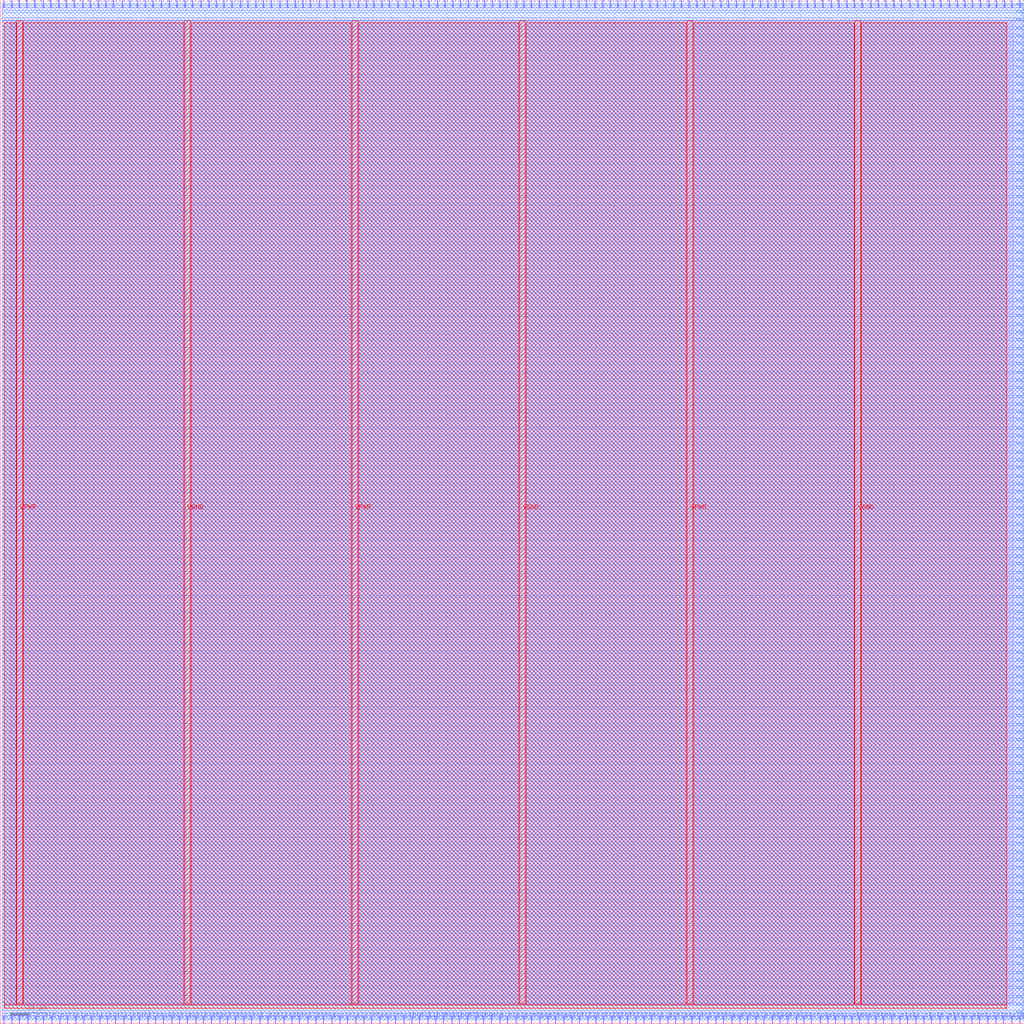
<source format=lef>
VERSION 5.7 ;
  NOWIREEXTENSIONATPIN ON ;
  DIVIDERCHAR "/" ;
  BUSBITCHARS "[]" ;
MACRO multiply_add_64x64
  CLASS BLOCK ;
  FOREIGN multiply_add_64x64 ;
  ORIGIN 0.000 0.000 ;
  SIZE 550.000 BY 550.000 ;
  PIN VGND
    DIRECTION INPUT ;
    USE GROUND ;
    PORT
      LAYER met4 ;
        RECT 98.970 10.640 102.070 538.800 ;
    END
    PORT
      LAYER met4 ;
        RECT 278.970 10.640 282.070 538.800 ;
    END
    PORT
      LAYER met4 ;
        RECT 458.970 10.640 462.070 538.800 ;
    END
  END VGND
  PIN VPWR
    DIRECTION INPUT ;
    USE POWER ;
    PORT
      LAYER met4 ;
        RECT 8.970 10.640 12.070 538.800 ;
    END
    PORT
      LAYER met4 ;
        RECT 188.970 10.640 192.070 538.800 ;
    END
    PORT
      LAYER met4 ;
        RECT 368.970 10.640 372.070 538.800 ;
    END
  END VPWR
  PIN a[0]
    DIRECTION INPUT ;
    USE SIGNAL ;
    PORT
      LAYER met3 ;
        RECT 546.000 2.080 550.000 2.680 ;
    END
  END a[0]
  PIN a[10]
    DIRECTION INPUT ;
    USE SIGNAL ;
    PORT
      LAYER met3 ;
        RECT 546.000 44.920 550.000 45.520 ;
    END
  END a[10]
  PIN a[11]
    DIRECTION INPUT ;
    USE SIGNAL ;
    PORT
      LAYER met3 ;
        RECT 546.000 49.000 550.000 49.600 ;
    END
  END a[11]
  PIN a[12]
    DIRECTION INPUT ;
    USE SIGNAL ;
    PORT
      LAYER met3 ;
        RECT 546.000 53.080 550.000 53.680 ;
    END
  END a[12]
  PIN a[13]
    DIRECTION INPUT ;
    USE SIGNAL ;
    PORT
      LAYER met3 ;
        RECT 546.000 57.840 550.000 58.440 ;
    END
  END a[13]
  PIN a[14]
    DIRECTION INPUT ;
    USE SIGNAL ;
    PORT
      LAYER met3 ;
        RECT 546.000 61.920 550.000 62.520 ;
    END
  END a[14]
  PIN a[15]
    DIRECTION INPUT ;
    USE SIGNAL ;
    PORT
      LAYER met3 ;
        RECT 546.000 66.000 550.000 66.600 ;
    END
  END a[15]
  PIN a[16]
    DIRECTION INPUT ;
    USE SIGNAL ;
    PORT
      LAYER met3 ;
        RECT 546.000 70.760 550.000 71.360 ;
    END
  END a[16]
  PIN a[17]
    DIRECTION INPUT ;
    USE SIGNAL ;
    PORT
      LAYER met3 ;
        RECT 546.000 74.840 550.000 75.440 ;
    END
  END a[17]
  PIN a[18]
    DIRECTION INPUT ;
    USE SIGNAL ;
    PORT
      LAYER met3 ;
        RECT 546.000 78.920 550.000 79.520 ;
    END
  END a[18]
  PIN a[19]
    DIRECTION INPUT ;
    USE SIGNAL ;
    PORT
      LAYER met3 ;
        RECT 546.000 83.680 550.000 84.280 ;
    END
  END a[19]
  PIN a[1]
    DIRECTION INPUT ;
    USE SIGNAL ;
    PORT
      LAYER met3 ;
        RECT 546.000 6.160 550.000 6.760 ;
    END
  END a[1]
  PIN a[20]
    DIRECTION INPUT ;
    USE SIGNAL ;
    PORT
      LAYER met3 ;
        RECT 546.000 87.760 550.000 88.360 ;
    END
  END a[20]
  PIN a[21]
    DIRECTION INPUT ;
    USE SIGNAL ;
    PORT
      LAYER met3 ;
        RECT 546.000 91.840 550.000 92.440 ;
    END
  END a[21]
  PIN a[22]
    DIRECTION INPUT ;
    USE SIGNAL ;
    PORT
      LAYER met3 ;
        RECT 546.000 96.600 550.000 97.200 ;
    END
  END a[22]
  PIN a[23]
    DIRECTION INPUT ;
    USE SIGNAL ;
    PORT
      LAYER met3 ;
        RECT 546.000 100.680 550.000 101.280 ;
    END
  END a[23]
  PIN a[24]
    DIRECTION INPUT ;
    USE SIGNAL ;
    PORT
      LAYER met3 ;
        RECT 546.000 104.760 550.000 105.360 ;
    END
  END a[24]
  PIN a[25]
    DIRECTION INPUT ;
    USE SIGNAL ;
    PORT
      LAYER met3 ;
        RECT 546.000 109.520 550.000 110.120 ;
    END
  END a[25]
  PIN a[26]
    DIRECTION INPUT ;
    USE SIGNAL ;
    PORT
      LAYER met3 ;
        RECT 546.000 113.600 550.000 114.200 ;
    END
  END a[26]
  PIN a[27]
    DIRECTION INPUT ;
    USE SIGNAL ;
    PORT
      LAYER met3 ;
        RECT 546.000 117.680 550.000 118.280 ;
    END
  END a[27]
  PIN a[28]
    DIRECTION INPUT ;
    USE SIGNAL ;
    PORT
      LAYER met3 ;
        RECT 546.000 121.760 550.000 122.360 ;
    END
  END a[28]
  PIN a[29]
    DIRECTION INPUT ;
    USE SIGNAL ;
    PORT
      LAYER met3 ;
        RECT 546.000 126.520 550.000 127.120 ;
    END
  END a[29]
  PIN a[2]
    DIRECTION INPUT ;
    USE SIGNAL ;
    PORT
      LAYER met3 ;
        RECT 546.000 10.240 550.000 10.840 ;
    END
  END a[2]
  PIN a[30]
    DIRECTION INPUT ;
    USE SIGNAL ;
    PORT
      LAYER met3 ;
        RECT 546.000 130.600 550.000 131.200 ;
    END
  END a[30]
  PIN a[31]
    DIRECTION INPUT ;
    USE SIGNAL ;
    PORT
      LAYER met3 ;
        RECT 546.000 134.680 550.000 135.280 ;
    END
  END a[31]
  PIN a[32]
    DIRECTION INPUT ;
    USE SIGNAL ;
    PORT
      LAYER met3 ;
        RECT 546.000 139.440 550.000 140.040 ;
    END
  END a[32]
  PIN a[33]
    DIRECTION INPUT ;
    USE SIGNAL ;
    PORT
      LAYER met3 ;
        RECT 546.000 143.520 550.000 144.120 ;
    END
  END a[33]
  PIN a[34]
    DIRECTION INPUT ;
    USE SIGNAL ;
    PORT
      LAYER met3 ;
        RECT 546.000 147.600 550.000 148.200 ;
    END
  END a[34]
  PIN a[35]
    DIRECTION INPUT ;
    USE SIGNAL ;
    PORT
      LAYER met3 ;
        RECT 546.000 152.360 550.000 152.960 ;
    END
  END a[35]
  PIN a[36]
    DIRECTION INPUT ;
    USE SIGNAL ;
    PORT
      LAYER met3 ;
        RECT 546.000 156.440 550.000 157.040 ;
    END
  END a[36]
  PIN a[37]
    DIRECTION INPUT ;
    USE SIGNAL ;
    PORT
      LAYER met3 ;
        RECT 546.000 160.520 550.000 161.120 ;
    END
  END a[37]
  PIN a[38]
    DIRECTION INPUT ;
    USE SIGNAL ;
    PORT
      LAYER met3 ;
        RECT 546.000 165.280 550.000 165.880 ;
    END
  END a[38]
  PIN a[39]
    DIRECTION INPUT ;
    USE SIGNAL ;
    PORT
      LAYER met3 ;
        RECT 546.000 169.360 550.000 169.960 ;
    END
  END a[39]
  PIN a[3]
    DIRECTION INPUT ;
    USE SIGNAL ;
    PORT
      LAYER met3 ;
        RECT 546.000 14.320 550.000 14.920 ;
    END
  END a[3]
  PIN a[40]
    DIRECTION INPUT ;
    USE SIGNAL ;
    PORT
      LAYER met3 ;
        RECT 546.000 173.440 550.000 174.040 ;
    END
  END a[40]
  PIN a[41]
    DIRECTION INPUT ;
    USE SIGNAL ;
    PORT
      LAYER met3 ;
        RECT 546.000 178.200 550.000 178.800 ;
    END
  END a[41]
  PIN a[42]
    DIRECTION INPUT ;
    USE SIGNAL ;
    PORT
      LAYER met3 ;
        RECT 546.000 182.280 550.000 182.880 ;
    END
  END a[42]
  PIN a[43]
    DIRECTION INPUT ;
    USE SIGNAL ;
    PORT
      LAYER met3 ;
        RECT 546.000 186.360 550.000 186.960 ;
    END
  END a[43]
  PIN a[44]
    DIRECTION INPUT ;
    USE SIGNAL ;
    PORT
      LAYER met3 ;
        RECT 546.000 191.120 550.000 191.720 ;
    END
  END a[44]
  PIN a[45]
    DIRECTION INPUT ;
    USE SIGNAL ;
    PORT
      LAYER met3 ;
        RECT 546.000 195.200 550.000 195.800 ;
    END
  END a[45]
  PIN a[46]
    DIRECTION INPUT ;
    USE SIGNAL ;
    PORT
      LAYER met3 ;
        RECT 546.000 199.280 550.000 199.880 ;
    END
  END a[46]
  PIN a[47]
    DIRECTION INPUT ;
    USE SIGNAL ;
    PORT
      LAYER met3 ;
        RECT 546.000 204.040 550.000 204.640 ;
    END
  END a[47]
  PIN a[48]
    DIRECTION INPUT ;
    USE SIGNAL ;
    PORT
      LAYER met3 ;
        RECT 546.000 208.120 550.000 208.720 ;
    END
  END a[48]
  PIN a[49]
    DIRECTION INPUT ;
    USE SIGNAL ;
    PORT
      LAYER met3 ;
        RECT 546.000 212.200 550.000 212.800 ;
    END
  END a[49]
  PIN a[4]
    DIRECTION INPUT ;
    USE SIGNAL ;
    PORT
      LAYER met3 ;
        RECT 546.000 19.080 550.000 19.680 ;
    END
  END a[4]
  PIN a[50]
    DIRECTION INPUT ;
    USE SIGNAL ;
    PORT
      LAYER met3 ;
        RECT 546.000 216.960 550.000 217.560 ;
    END
  END a[50]
  PIN a[51]
    DIRECTION INPUT ;
    USE SIGNAL ;
    PORT
      LAYER met3 ;
        RECT 546.000 221.040 550.000 221.640 ;
    END
  END a[51]
  PIN a[52]
    DIRECTION INPUT ;
    USE SIGNAL ;
    PORT
      LAYER met3 ;
        RECT 546.000 225.120 550.000 225.720 ;
    END
  END a[52]
  PIN a[53]
    DIRECTION INPUT ;
    USE SIGNAL ;
    PORT
      LAYER met3 ;
        RECT 546.000 229.200 550.000 229.800 ;
    END
  END a[53]
  PIN a[54]
    DIRECTION INPUT ;
    USE SIGNAL ;
    PORT
      LAYER met3 ;
        RECT 546.000 233.960 550.000 234.560 ;
    END
  END a[54]
  PIN a[55]
    DIRECTION INPUT ;
    USE SIGNAL ;
    PORT
      LAYER met3 ;
        RECT 546.000 238.040 550.000 238.640 ;
    END
  END a[55]
  PIN a[56]
    DIRECTION INPUT ;
    USE SIGNAL ;
    PORT
      LAYER met3 ;
        RECT 546.000 242.120 550.000 242.720 ;
    END
  END a[56]
  PIN a[57]
    DIRECTION INPUT ;
    USE SIGNAL ;
    PORT
      LAYER met3 ;
        RECT 546.000 246.880 550.000 247.480 ;
    END
  END a[57]
  PIN a[58]
    DIRECTION INPUT ;
    USE SIGNAL ;
    PORT
      LAYER met3 ;
        RECT 546.000 250.960 550.000 251.560 ;
    END
  END a[58]
  PIN a[59]
    DIRECTION INPUT ;
    USE SIGNAL ;
    PORT
      LAYER met3 ;
        RECT 546.000 255.040 550.000 255.640 ;
    END
  END a[59]
  PIN a[5]
    DIRECTION INPUT ;
    USE SIGNAL ;
    PORT
      LAYER met3 ;
        RECT 546.000 23.160 550.000 23.760 ;
    END
  END a[5]
  PIN a[60]
    DIRECTION INPUT ;
    USE SIGNAL ;
    PORT
      LAYER met3 ;
        RECT 546.000 259.800 550.000 260.400 ;
    END
  END a[60]
  PIN a[61]
    DIRECTION INPUT ;
    USE SIGNAL ;
    PORT
      LAYER met3 ;
        RECT 546.000 263.880 550.000 264.480 ;
    END
  END a[61]
  PIN a[62]
    DIRECTION INPUT ;
    USE SIGNAL ;
    PORT
      LAYER met3 ;
        RECT 546.000 267.960 550.000 268.560 ;
    END
  END a[62]
  PIN a[63]
    DIRECTION INPUT ;
    USE SIGNAL ;
    PORT
      LAYER met3 ;
        RECT 546.000 272.720 550.000 273.320 ;
    END
  END a[63]
  PIN a[6]
    DIRECTION INPUT ;
    USE SIGNAL ;
    PORT
      LAYER met3 ;
        RECT 546.000 27.240 550.000 27.840 ;
    END
  END a[6]
  PIN a[7]
    DIRECTION INPUT ;
    USE SIGNAL ;
    PORT
      LAYER met3 ;
        RECT 546.000 32.000 550.000 32.600 ;
    END
  END a[7]
  PIN a[8]
    DIRECTION INPUT ;
    USE SIGNAL ;
    PORT
      LAYER met3 ;
        RECT 546.000 36.080 550.000 36.680 ;
    END
  END a[8]
  PIN a[9]
    DIRECTION INPUT ;
    USE SIGNAL ;
    PORT
      LAYER met3 ;
        RECT 546.000 40.160 550.000 40.760 ;
    END
  END a[9]
  PIN b[0]
    DIRECTION INPUT ;
    USE SIGNAL ;
    PORT
      LAYER met3 ;
        RECT 546.000 276.800 550.000 277.400 ;
    END
  END b[0]
  PIN b[10]
    DIRECTION INPUT ;
    USE SIGNAL ;
    PORT
      LAYER met3 ;
        RECT 546.000 319.640 550.000 320.240 ;
    END
  END b[10]
  PIN b[11]
    DIRECTION INPUT ;
    USE SIGNAL ;
    PORT
      LAYER met3 ;
        RECT 546.000 324.400 550.000 325.000 ;
    END
  END b[11]
  PIN b[12]
    DIRECTION INPUT ;
    USE SIGNAL ;
    PORT
      LAYER met3 ;
        RECT 546.000 328.480 550.000 329.080 ;
    END
  END b[12]
  PIN b[13]
    DIRECTION INPUT ;
    USE SIGNAL ;
    PORT
      LAYER met3 ;
        RECT 546.000 332.560 550.000 333.160 ;
    END
  END b[13]
  PIN b[14]
    DIRECTION INPUT ;
    USE SIGNAL ;
    PORT
      LAYER met3 ;
        RECT 546.000 336.640 550.000 337.240 ;
    END
  END b[14]
  PIN b[15]
    DIRECTION INPUT ;
    USE SIGNAL ;
    PORT
      LAYER met3 ;
        RECT 546.000 341.400 550.000 342.000 ;
    END
  END b[15]
  PIN b[16]
    DIRECTION INPUT ;
    USE SIGNAL ;
    PORT
      LAYER met3 ;
        RECT 546.000 345.480 550.000 346.080 ;
    END
  END b[16]
  PIN b[17]
    DIRECTION INPUT ;
    USE SIGNAL ;
    PORT
      LAYER met3 ;
        RECT 546.000 349.560 550.000 350.160 ;
    END
  END b[17]
  PIN b[18]
    DIRECTION INPUT ;
    USE SIGNAL ;
    PORT
      LAYER met3 ;
        RECT 546.000 354.320 550.000 354.920 ;
    END
  END b[18]
  PIN b[19]
    DIRECTION INPUT ;
    USE SIGNAL ;
    PORT
      LAYER met3 ;
        RECT 546.000 358.400 550.000 359.000 ;
    END
  END b[19]
  PIN b[1]
    DIRECTION INPUT ;
    USE SIGNAL ;
    PORT
      LAYER met3 ;
        RECT 546.000 280.880 550.000 281.480 ;
    END
  END b[1]
  PIN b[20]
    DIRECTION INPUT ;
    USE SIGNAL ;
    PORT
      LAYER met3 ;
        RECT 546.000 362.480 550.000 363.080 ;
    END
  END b[20]
  PIN b[21]
    DIRECTION INPUT ;
    USE SIGNAL ;
    PORT
      LAYER met3 ;
        RECT 546.000 367.240 550.000 367.840 ;
    END
  END b[21]
  PIN b[22]
    DIRECTION INPUT ;
    USE SIGNAL ;
    PORT
      LAYER met3 ;
        RECT 546.000 371.320 550.000 371.920 ;
    END
  END b[22]
  PIN b[23]
    DIRECTION INPUT ;
    USE SIGNAL ;
    PORT
      LAYER met3 ;
        RECT 546.000 375.400 550.000 376.000 ;
    END
  END b[23]
  PIN b[24]
    DIRECTION INPUT ;
    USE SIGNAL ;
    PORT
      LAYER met3 ;
        RECT 546.000 380.160 550.000 380.760 ;
    END
  END b[24]
  PIN b[25]
    DIRECTION INPUT ;
    USE SIGNAL ;
    PORT
      LAYER met3 ;
        RECT 546.000 384.240 550.000 384.840 ;
    END
  END b[25]
  PIN b[26]
    DIRECTION INPUT ;
    USE SIGNAL ;
    PORT
      LAYER met3 ;
        RECT 546.000 388.320 550.000 388.920 ;
    END
  END b[26]
  PIN b[27]
    DIRECTION INPUT ;
    USE SIGNAL ;
    PORT
      LAYER met3 ;
        RECT 546.000 393.080 550.000 393.680 ;
    END
  END b[27]
  PIN b[28]
    DIRECTION INPUT ;
    USE SIGNAL ;
    PORT
      LAYER met3 ;
        RECT 546.000 397.160 550.000 397.760 ;
    END
  END b[28]
  PIN b[29]
    DIRECTION INPUT ;
    USE SIGNAL ;
    PORT
      LAYER met3 ;
        RECT 546.000 401.240 550.000 401.840 ;
    END
  END b[29]
  PIN b[2]
    DIRECTION INPUT ;
    USE SIGNAL ;
    PORT
      LAYER met3 ;
        RECT 546.000 285.640 550.000 286.240 ;
    END
  END b[2]
  PIN b[30]
    DIRECTION INPUT ;
    USE SIGNAL ;
    PORT
      LAYER met3 ;
        RECT 546.000 406.000 550.000 406.600 ;
    END
  END b[30]
  PIN b[31]
    DIRECTION INPUT ;
    USE SIGNAL ;
    PORT
      LAYER met3 ;
        RECT 546.000 410.080 550.000 410.680 ;
    END
  END b[31]
  PIN b[32]
    DIRECTION INPUT ;
    USE SIGNAL ;
    PORT
      LAYER met3 ;
        RECT 546.000 414.160 550.000 414.760 ;
    END
  END b[32]
  PIN b[33]
    DIRECTION INPUT ;
    USE SIGNAL ;
    PORT
      LAYER met3 ;
        RECT 546.000 418.920 550.000 419.520 ;
    END
  END b[33]
  PIN b[34]
    DIRECTION INPUT ;
    USE SIGNAL ;
    PORT
      LAYER met3 ;
        RECT 546.000 423.000 550.000 423.600 ;
    END
  END b[34]
  PIN b[35]
    DIRECTION INPUT ;
    USE SIGNAL ;
    PORT
      LAYER met3 ;
        RECT 546.000 427.080 550.000 427.680 ;
    END
  END b[35]
  PIN b[36]
    DIRECTION INPUT ;
    USE SIGNAL ;
    PORT
      LAYER met3 ;
        RECT 546.000 431.840 550.000 432.440 ;
    END
  END b[36]
  PIN b[37]
    DIRECTION INPUT ;
    USE SIGNAL ;
    PORT
      LAYER met3 ;
        RECT 546.000 435.920 550.000 436.520 ;
    END
  END b[37]
  PIN b[38]
    DIRECTION INPUT ;
    USE SIGNAL ;
    PORT
      LAYER met3 ;
        RECT 546.000 440.000 550.000 440.600 ;
    END
  END b[38]
  PIN b[39]
    DIRECTION INPUT ;
    USE SIGNAL ;
    PORT
      LAYER met3 ;
        RECT 546.000 444.080 550.000 444.680 ;
    END
  END b[39]
  PIN b[3]
    DIRECTION INPUT ;
    USE SIGNAL ;
    PORT
      LAYER met3 ;
        RECT 546.000 289.720 550.000 290.320 ;
    END
  END b[3]
  PIN b[40]
    DIRECTION INPUT ;
    USE SIGNAL ;
    PORT
      LAYER met3 ;
        RECT 546.000 448.840 550.000 449.440 ;
    END
  END b[40]
  PIN b[41]
    DIRECTION INPUT ;
    USE SIGNAL ;
    PORT
      LAYER met3 ;
        RECT 546.000 452.920 550.000 453.520 ;
    END
  END b[41]
  PIN b[42]
    DIRECTION INPUT ;
    USE SIGNAL ;
    PORT
      LAYER met3 ;
        RECT 546.000 457.000 550.000 457.600 ;
    END
  END b[42]
  PIN b[43]
    DIRECTION INPUT ;
    USE SIGNAL ;
    PORT
      LAYER met3 ;
        RECT 546.000 461.760 550.000 462.360 ;
    END
  END b[43]
  PIN b[44]
    DIRECTION INPUT ;
    USE SIGNAL ;
    PORT
      LAYER met3 ;
        RECT 546.000 465.840 550.000 466.440 ;
    END
  END b[44]
  PIN b[45]
    DIRECTION INPUT ;
    USE SIGNAL ;
    PORT
      LAYER met3 ;
        RECT 546.000 469.920 550.000 470.520 ;
    END
  END b[45]
  PIN b[46]
    DIRECTION INPUT ;
    USE SIGNAL ;
    PORT
      LAYER met3 ;
        RECT 546.000 474.680 550.000 475.280 ;
    END
  END b[46]
  PIN b[47]
    DIRECTION INPUT ;
    USE SIGNAL ;
    PORT
      LAYER met3 ;
        RECT 546.000 478.760 550.000 479.360 ;
    END
  END b[47]
  PIN b[48]
    DIRECTION INPUT ;
    USE SIGNAL ;
    PORT
      LAYER met3 ;
        RECT 546.000 482.840 550.000 483.440 ;
    END
  END b[48]
  PIN b[49]
    DIRECTION INPUT ;
    USE SIGNAL ;
    PORT
      LAYER met3 ;
        RECT 546.000 487.600 550.000 488.200 ;
    END
  END b[49]
  PIN b[4]
    DIRECTION INPUT ;
    USE SIGNAL ;
    PORT
      LAYER met3 ;
        RECT 546.000 293.800 550.000 294.400 ;
    END
  END b[4]
  PIN b[50]
    DIRECTION INPUT ;
    USE SIGNAL ;
    PORT
      LAYER met3 ;
        RECT 546.000 491.680 550.000 492.280 ;
    END
  END b[50]
  PIN b[51]
    DIRECTION INPUT ;
    USE SIGNAL ;
    PORT
      LAYER met3 ;
        RECT 546.000 495.760 550.000 496.360 ;
    END
  END b[51]
  PIN b[52]
    DIRECTION INPUT ;
    USE SIGNAL ;
    PORT
      LAYER met3 ;
        RECT 546.000 500.520 550.000 501.120 ;
    END
  END b[52]
  PIN b[53]
    DIRECTION INPUT ;
    USE SIGNAL ;
    PORT
      LAYER met3 ;
        RECT 546.000 504.600 550.000 505.200 ;
    END
  END b[53]
  PIN b[54]
    DIRECTION INPUT ;
    USE SIGNAL ;
    PORT
      LAYER met3 ;
        RECT 546.000 508.680 550.000 509.280 ;
    END
  END b[54]
  PIN b[55]
    DIRECTION INPUT ;
    USE SIGNAL ;
    PORT
      LAYER met3 ;
        RECT 546.000 513.440 550.000 514.040 ;
    END
  END b[55]
  PIN b[56]
    DIRECTION INPUT ;
    USE SIGNAL ;
    PORT
      LAYER met3 ;
        RECT 546.000 517.520 550.000 518.120 ;
    END
  END b[56]
  PIN b[57]
    DIRECTION INPUT ;
    USE SIGNAL ;
    PORT
      LAYER met3 ;
        RECT 546.000 521.600 550.000 522.200 ;
    END
  END b[57]
  PIN b[58]
    DIRECTION INPUT ;
    USE SIGNAL ;
    PORT
      LAYER met3 ;
        RECT 546.000 526.360 550.000 526.960 ;
    END
  END b[58]
  PIN b[59]
    DIRECTION INPUT ;
    USE SIGNAL ;
    PORT
      LAYER met3 ;
        RECT 546.000 530.440 550.000 531.040 ;
    END
  END b[59]
  PIN b[5]
    DIRECTION INPUT ;
    USE SIGNAL ;
    PORT
      LAYER met3 ;
        RECT 546.000 298.560 550.000 299.160 ;
    END
  END b[5]
  PIN b[60]
    DIRECTION INPUT ;
    USE SIGNAL ;
    PORT
      LAYER met3 ;
        RECT 546.000 534.520 550.000 535.120 ;
    END
  END b[60]
  PIN b[61]
    DIRECTION INPUT ;
    USE SIGNAL ;
    PORT
      LAYER met3 ;
        RECT 546.000 539.280 550.000 539.880 ;
    END
  END b[61]
  PIN b[62]
    DIRECTION INPUT ;
    USE SIGNAL ;
    PORT
      LAYER met3 ;
        RECT 546.000 543.360 550.000 543.960 ;
    END
  END b[62]
  PIN b[63]
    DIRECTION INPUT ;
    USE SIGNAL ;
    PORT
      LAYER met3 ;
        RECT 546.000 547.440 550.000 548.040 ;
    END
  END b[63]
  PIN b[6]
    DIRECTION INPUT ;
    USE SIGNAL ;
    PORT
      LAYER met3 ;
        RECT 546.000 302.640 550.000 303.240 ;
    END
  END b[6]
  PIN b[7]
    DIRECTION INPUT ;
    USE SIGNAL ;
    PORT
      LAYER met3 ;
        RECT 546.000 306.720 550.000 307.320 ;
    END
  END b[7]
  PIN b[8]
    DIRECTION INPUT ;
    USE SIGNAL ;
    PORT
      LAYER met3 ;
        RECT 546.000 311.480 550.000 312.080 ;
    END
  END b[8]
  PIN b[9]
    DIRECTION INPUT ;
    USE SIGNAL ;
    PORT
      LAYER met3 ;
        RECT 546.000 315.560 550.000 316.160 ;
    END
  END b[9]
  PIN c[0]
    DIRECTION INPUT ;
    USE SIGNAL ;
    PORT
      LAYER met2 ;
        RECT 1.930 0.000 2.210 4.000 ;
    END
  END c[0]
  PIN c[100]
    DIRECTION INPUT ;
    USE SIGNAL ;
    PORT
      LAYER met2 ;
        RECT 431.570 0.000 431.850 4.000 ;
    END
  END c[100]
  PIN c[101]
    DIRECTION INPUT ;
    USE SIGNAL ;
    PORT
      LAYER met2 ;
        RECT 435.710 0.000 435.990 4.000 ;
    END
  END c[101]
  PIN c[102]
    DIRECTION INPUT ;
    USE SIGNAL ;
    PORT
      LAYER met2 ;
        RECT 440.310 0.000 440.590 4.000 ;
    END
  END c[102]
  PIN c[103]
    DIRECTION INPUT ;
    USE SIGNAL ;
    PORT
      LAYER met2 ;
        RECT 444.450 0.000 444.730 4.000 ;
    END
  END c[103]
  PIN c[104]
    DIRECTION INPUT ;
    USE SIGNAL ;
    PORT
      LAYER met2 ;
        RECT 448.590 0.000 448.870 4.000 ;
    END
  END c[104]
  PIN c[105]
    DIRECTION INPUT ;
    USE SIGNAL ;
    PORT
      LAYER met2 ;
        RECT 453.190 0.000 453.470 4.000 ;
    END
  END c[105]
  PIN c[106]
    DIRECTION INPUT ;
    USE SIGNAL ;
    PORT
      LAYER met2 ;
        RECT 457.330 0.000 457.610 4.000 ;
    END
  END c[106]
  PIN c[107]
    DIRECTION INPUT ;
    USE SIGNAL ;
    PORT
      LAYER met2 ;
        RECT 461.470 0.000 461.750 4.000 ;
    END
  END c[107]
  PIN c[108]
    DIRECTION INPUT ;
    USE SIGNAL ;
    PORT
      LAYER met2 ;
        RECT 466.070 0.000 466.350 4.000 ;
    END
  END c[108]
  PIN c[109]
    DIRECTION INPUT ;
    USE SIGNAL ;
    PORT
      LAYER met2 ;
        RECT 470.210 0.000 470.490 4.000 ;
    END
  END c[109]
  PIN c[10]
    DIRECTION INPUT ;
    USE SIGNAL ;
    PORT
      LAYER met2 ;
        RECT 44.710 0.000 44.990 4.000 ;
    END
  END c[10]
  PIN c[110]
    DIRECTION INPUT ;
    USE SIGNAL ;
    PORT
      LAYER met2 ;
        RECT 474.350 0.000 474.630 4.000 ;
    END
  END c[110]
  PIN c[111]
    DIRECTION INPUT ;
    USE SIGNAL ;
    PORT
      LAYER met2 ;
        RECT 478.950 0.000 479.230 4.000 ;
    END
  END c[111]
  PIN c[112]
    DIRECTION INPUT ;
    USE SIGNAL ;
    PORT
      LAYER met2 ;
        RECT 483.090 0.000 483.370 4.000 ;
    END
  END c[112]
  PIN c[113]
    DIRECTION INPUT ;
    USE SIGNAL ;
    PORT
      LAYER met2 ;
        RECT 487.230 0.000 487.510 4.000 ;
    END
  END c[113]
  PIN c[114]
    DIRECTION INPUT ;
    USE SIGNAL ;
    PORT
      LAYER met2 ;
        RECT 491.830 0.000 492.110 4.000 ;
    END
  END c[114]
  PIN c[115]
    DIRECTION INPUT ;
    USE SIGNAL ;
    PORT
      LAYER met2 ;
        RECT 495.970 0.000 496.250 4.000 ;
    END
  END c[115]
  PIN c[116]
    DIRECTION INPUT ;
    USE SIGNAL ;
    PORT
      LAYER met2 ;
        RECT 500.110 0.000 500.390 4.000 ;
    END
  END c[116]
  PIN c[117]
    DIRECTION INPUT ;
    USE SIGNAL ;
    PORT
      LAYER met2 ;
        RECT 504.710 0.000 504.990 4.000 ;
    END
  END c[117]
  PIN c[118]
    DIRECTION INPUT ;
    USE SIGNAL ;
    PORT
      LAYER met2 ;
        RECT 508.850 0.000 509.130 4.000 ;
    END
  END c[118]
  PIN c[119]
    DIRECTION INPUT ;
    USE SIGNAL ;
    PORT
      LAYER met2 ;
        RECT 512.990 0.000 513.270 4.000 ;
    END
  END c[119]
  PIN c[11]
    DIRECTION INPUT ;
    USE SIGNAL ;
    PORT
      LAYER met2 ;
        RECT 48.850 0.000 49.130 4.000 ;
    END
  END c[11]
  PIN c[120]
    DIRECTION INPUT ;
    USE SIGNAL ;
    PORT
      LAYER met2 ;
        RECT 517.590 0.000 517.870 4.000 ;
    END
  END c[120]
  PIN c[121]
    DIRECTION INPUT ;
    USE SIGNAL ;
    PORT
      LAYER met2 ;
        RECT 521.730 0.000 522.010 4.000 ;
    END
  END c[121]
  PIN c[122]
    DIRECTION INPUT ;
    USE SIGNAL ;
    PORT
      LAYER met2 ;
        RECT 525.870 0.000 526.150 4.000 ;
    END
  END c[122]
  PIN c[123]
    DIRECTION INPUT ;
    USE SIGNAL ;
    PORT
      LAYER met2 ;
        RECT 530.470 0.000 530.750 4.000 ;
    END
  END c[123]
  PIN c[124]
    DIRECTION INPUT ;
    USE SIGNAL ;
    PORT
      LAYER met2 ;
        RECT 534.610 0.000 534.890 4.000 ;
    END
  END c[124]
  PIN c[125]
    DIRECTION INPUT ;
    USE SIGNAL ;
    PORT
      LAYER met2 ;
        RECT 538.750 0.000 539.030 4.000 ;
    END
  END c[125]
  PIN c[126]
    DIRECTION INPUT ;
    USE SIGNAL ;
    PORT
      LAYER met2 ;
        RECT 543.350 0.000 543.630 4.000 ;
    END
  END c[126]
  PIN c[127]
    DIRECTION INPUT ;
    USE SIGNAL ;
    PORT
      LAYER met2 ;
        RECT 547.490 0.000 547.770 4.000 ;
    END
  END c[127]
  PIN c[12]
    DIRECTION INPUT ;
    USE SIGNAL ;
    PORT
      LAYER met2 ;
        RECT 53.450 0.000 53.730 4.000 ;
    END
  END c[12]
  PIN c[13]
    DIRECTION INPUT ;
    USE SIGNAL ;
    PORT
      LAYER met2 ;
        RECT 57.590 0.000 57.870 4.000 ;
    END
  END c[13]
  PIN c[14]
    DIRECTION INPUT ;
    USE SIGNAL ;
    PORT
      LAYER met2 ;
        RECT 61.730 0.000 62.010 4.000 ;
    END
  END c[14]
  PIN c[15]
    DIRECTION INPUT ;
    USE SIGNAL ;
    PORT
      LAYER met2 ;
        RECT 66.330 0.000 66.610 4.000 ;
    END
  END c[15]
  PIN c[16]
    DIRECTION INPUT ;
    USE SIGNAL ;
    PORT
      LAYER met2 ;
        RECT 70.470 0.000 70.750 4.000 ;
    END
  END c[16]
  PIN c[17]
    DIRECTION INPUT ;
    USE SIGNAL ;
    PORT
      LAYER met2 ;
        RECT 74.610 0.000 74.890 4.000 ;
    END
  END c[17]
  PIN c[18]
    DIRECTION INPUT ;
    USE SIGNAL ;
    PORT
      LAYER met2 ;
        RECT 79.210 0.000 79.490 4.000 ;
    END
  END c[18]
  PIN c[19]
    DIRECTION INPUT ;
    USE SIGNAL ;
    PORT
      LAYER met2 ;
        RECT 83.350 0.000 83.630 4.000 ;
    END
  END c[19]
  PIN c[1]
    DIRECTION INPUT ;
    USE SIGNAL ;
    PORT
      LAYER met2 ;
        RECT 6.070 0.000 6.350 4.000 ;
    END
  END c[1]
  PIN c[20]
    DIRECTION INPUT ;
    USE SIGNAL ;
    PORT
      LAYER met2 ;
        RECT 87.490 0.000 87.770 4.000 ;
    END
  END c[20]
  PIN c[21]
    DIRECTION INPUT ;
    USE SIGNAL ;
    PORT
      LAYER met2 ;
        RECT 92.090 0.000 92.370 4.000 ;
    END
  END c[21]
  PIN c[22]
    DIRECTION INPUT ;
    USE SIGNAL ;
    PORT
      LAYER met2 ;
        RECT 96.230 0.000 96.510 4.000 ;
    END
  END c[22]
  PIN c[23]
    DIRECTION INPUT ;
    USE SIGNAL ;
    PORT
      LAYER met2 ;
        RECT 100.370 0.000 100.650 4.000 ;
    END
  END c[23]
  PIN c[24]
    DIRECTION INPUT ;
    USE SIGNAL ;
    PORT
      LAYER met2 ;
        RECT 104.970 0.000 105.250 4.000 ;
    END
  END c[24]
  PIN c[25]
    DIRECTION INPUT ;
    USE SIGNAL ;
    PORT
      LAYER met2 ;
        RECT 109.110 0.000 109.390 4.000 ;
    END
  END c[25]
  PIN c[26]
    DIRECTION INPUT ;
    USE SIGNAL ;
    PORT
      LAYER met2 ;
        RECT 113.250 0.000 113.530 4.000 ;
    END
  END c[26]
  PIN c[27]
    DIRECTION INPUT ;
    USE SIGNAL ;
    PORT
      LAYER met2 ;
        RECT 117.850 0.000 118.130 4.000 ;
    END
  END c[27]
  PIN c[28]
    DIRECTION INPUT ;
    USE SIGNAL ;
    PORT
      LAYER met2 ;
        RECT 121.990 0.000 122.270 4.000 ;
    END
  END c[28]
  PIN c[29]
    DIRECTION INPUT ;
    USE SIGNAL ;
    PORT
      LAYER met2 ;
        RECT 126.130 0.000 126.410 4.000 ;
    END
  END c[29]
  PIN c[2]
    DIRECTION INPUT ;
    USE SIGNAL ;
    PORT
      LAYER met2 ;
        RECT 10.210 0.000 10.490 4.000 ;
    END
  END c[2]
  PIN c[30]
    DIRECTION INPUT ;
    USE SIGNAL ;
    PORT
      LAYER met2 ;
        RECT 130.730 0.000 131.010 4.000 ;
    END
  END c[30]
  PIN c[31]
    DIRECTION INPUT ;
    USE SIGNAL ;
    PORT
      LAYER met2 ;
        RECT 134.870 0.000 135.150 4.000 ;
    END
  END c[31]
  PIN c[32]
    DIRECTION INPUT ;
    USE SIGNAL ;
    PORT
      LAYER met2 ;
        RECT 139.470 0.000 139.750 4.000 ;
    END
  END c[32]
  PIN c[33]
    DIRECTION INPUT ;
    USE SIGNAL ;
    PORT
      LAYER met2 ;
        RECT 143.610 0.000 143.890 4.000 ;
    END
  END c[33]
  PIN c[34]
    DIRECTION INPUT ;
    USE SIGNAL ;
    PORT
      LAYER met2 ;
        RECT 147.750 0.000 148.030 4.000 ;
    END
  END c[34]
  PIN c[35]
    DIRECTION INPUT ;
    USE SIGNAL ;
    PORT
      LAYER met2 ;
        RECT 152.350 0.000 152.630 4.000 ;
    END
  END c[35]
  PIN c[36]
    DIRECTION INPUT ;
    USE SIGNAL ;
    PORT
      LAYER met2 ;
        RECT 156.490 0.000 156.770 4.000 ;
    END
  END c[36]
  PIN c[37]
    DIRECTION INPUT ;
    USE SIGNAL ;
    PORT
      LAYER met2 ;
        RECT 160.630 0.000 160.910 4.000 ;
    END
  END c[37]
  PIN c[38]
    DIRECTION INPUT ;
    USE SIGNAL ;
    PORT
      LAYER met2 ;
        RECT 165.230 0.000 165.510 4.000 ;
    END
  END c[38]
  PIN c[39]
    DIRECTION INPUT ;
    USE SIGNAL ;
    PORT
      LAYER met2 ;
        RECT 169.370 0.000 169.650 4.000 ;
    END
  END c[39]
  PIN c[3]
    DIRECTION INPUT ;
    USE SIGNAL ;
    PORT
      LAYER met2 ;
        RECT 14.810 0.000 15.090 4.000 ;
    END
  END c[3]
  PIN c[40]
    DIRECTION INPUT ;
    USE SIGNAL ;
    PORT
      LAYER met2 ;
        RECT 173.510 0.000 173.790 4.000 ;
    END
  END c[40]
  PIN c[41]
    DIRECTION INPUT ;
    USE SIGNAL ;
    PORT
      LAYER met2 ;
        RECT 178.110 0.000 178.390 4.000 ;
    END
  END c[41]
  PIN c[42]
    DIRECTION INPUT ;
    USE SIGNAL ;
    PORT
      LAYER met2 ;
        RECT 182.250 0.000 182.530 4.000 ;
    END
  END c[42]
  PIN c[43]
    DIRECTION INPUT ;
    USE SIGNAL ;
    PORT
      LAYER met2 ;
        RECT 186.390 0.000 186.670 4.000 ;
    END
  END c[43]
  PIN c[44]
    DIRECTION INPUT ;
    USE SIGNAL ;
    PORT
      LAYER met2 ;
        RECT 190.990 0.000 191.270 4.000 ;
    END
  END c[44]
  PIN c[45]
    DIRECTION INPUT ;
    USE SIGNAL ;
    PORT
      LAYER met2 ;
        RECT 195.130 0.000 195.410 4.000 ;
    END
  END c[45]
  PIN c[46]
    DIRECTION INPUT ;
    USE SIGNAL ;
    PORT
      LAYER met2 ;
        RECT 199.270 0.000 199.550 4.000 ;
    END
  END c[46]
  PIN c[47]
    DIRECTION INPUT ;
    USE SIGNAL ;
    PORT
      LAYER met2 ;
        RECT 203.870 0.000 204.150 4.000 ;
    END
  END c[47]
  PIN c[48]
    DIRECTION INPUT ;
    USE SIGNAL ;
    PORT
      LAYER met2 ;
        RECT 208.010 0.000 208.290 4.000 ;
    END
  END c[48]
  PIN c[49]
    DIRECTION INPUT ;
    USE SIGNAL ;
    PORT
      LAYER met2 ;
        RECT 212.150 0.000 212.430 4.000 ;
    END
  END c[49]
  PIN c[4]
    DIRECTION INPUT ;
    USE SIGNAL ;
    PORT
      LAYER met2 ;
        RECT 18.950 0.000 19.230 4.000 ;
    END
  END c[4]
  PIN c[50]
    DIRECTION INPUT ;
    USE SIGNAL ;
    PORT
      LAYER met2 ;
        RECT 216.750 0.000 217.030 4.000 ;
    END
  END c[50]
  PIN c[51]
    DIRECTION INPUT ;
    USE SIGNAL ;
    PORT
      LAYER met2 ;
        RECT 220.890 0.000 221.170 4.000 ;
    END
  END c[51]
  PIN c[52]
    DIRECTION INPUT ;
    USE SIGNAL ;
    PORT
      LAYER met2 ;
        RECT 225.030 0.000 225.310 4.000 ;
    END
  END c[52]
  PIN c[53]
    DIRECTION INPUT ;
    USE SIGNAL ;
    PORT
      LAYER met2 ;
        RECT 229.630 0.000 229.910 4.000 ;
    END
  END c[53]
  PIN c[54]
    DIRECTION INPUT ;
    USE SIGNAL ;
    PORT
      LAYER met2 ;
        RECT 233.770 0.000 234.050 4.000 ;
    END
  END c[54]
  PIN c[55]
    DIRECTION INPUT ;
    USE SIGNAL ;
    PORT
      LAYER met2 ;
        RECT 237.910 0.000 238.190 4.000 ;
    END
  END c[55]
  PIN c[56]
    DIRECTION INPUT ;
    USE SIGNAL ;
    PORT
      LAYER met2 ;
        RECT 242.510 0.000 242.790 4.000 ;
    END
  END c[56]
  PIN c[57]
    DIRECTION INPUT ;
    USE SIGNAL ;
    PORT
      LAYER met2 ;
        RECT 246.650 0.000 246.930 4.000 ;
    END
  END c[57]
  PIN c[58]
    DIRECTION INPUT ;
    USE SIGNAL ;
    PORT
      LAYER met2 ;
        RECT 250.790 0.000 251.070 4.000 ;
    END
  END c[58]
  PIN c[59]
    DIRECTION INPUT ;
    USE SIGNAL ;
    PORT
      LAYER met2 ;
        RECT 255.390 0.000 255.670 4.000 ;
    END
  END c[59]
  PIN c[5]
    DIRECTION INPUT ;
    USE SIGNAL ;
    PORT
      LAYER met2 ;
        RECT 23.090 0.000 23.370 4.000 ;
    END
  END c[5]
  PIN c[60]
    DIRECTION INPUT ;
    USE SIGNAL ;
    PORT
      LAYER met2 ;
        RECT 259.530 0.000 259.810 4.000 ;
    END
  END c[60]
  PIN c[61]
    DIRECTION INPUT ;
    USE SIGNAL ;
    PORT
      LAYER met2 ;
        RECT 263.670 0.000 263.950 4.000 ;
    END
  END c[61]
  PIN c[62]
    DIRECTION INPUT ;
    USE SIGNAL ;
    PORT
      LAYER met2 ;
        RECT 268.270 0.000 268.550 4.000 ;
    END
  END c[62]
  PIN c[63]
    DIRECTION INPUT ;
    USE SIGNAL ;
    PORT
      LAYER met2 ;
        RECT 272.410 0.000 272.690 4.000 ;
    END
  END c[63]
  PIN c[64]
    DIRECTION INPUT ;
    USE SIGNAL ;
    PORT
      LAYER met2 ;
        RECT 277.010 0.000 277.290 4.000 ;
    END
  END c[64]
  PIN c[65]
    DIRECTION INPUT ;
    USE SIGNAL ;
    PORT
      LAYER met2 ;
        RECT 281.150 0.000 281.430 4.000 ;
    END
  END c[65]
  PIN c[66]
    DIRECTION INPUT ;
    USE SIGNAL ;
    PORT
      LAYER met2 ;
        RECT 285.290 0.000 285.570 4.000 ;
    END
  END c[66]
  PIN c[67]
    DIRECTION INPUT ;
    USE SIGNAL ;
    PORT
      LAYER met2 ;
        RECT 289.890 0.000 290.170 4.000 ;
    END
  END c[67]
  PIN c[68]
    DIRECTION INPUT ;
    USE SIGNAL ;
    PORT
      LAYER met2 ;
        RECT 294.030 0.000 294.310 4.000 ;
    END
  END c[68]
  PIN c[69]
    DIRECTION INPUT ;
    USE SIGNAL ;
    PORT
      LAYER met2 ;
        RECT 298.170 0.000 298.450 4.000 ;
    END
  END c[69]
  PIN c[6]
    DIRECTION INPUT ;
    USE SIGNAL ;
    PORT
      LAYER met2 ;
        RECT 27.690 0.000 27.970 4.000 ;
    END
  END c[6]
  PIN c[70]
    DIRECTION INPUT ;
    USE SIGNAL ;
    PORT
      LAYER met2 ;
        RECT 302.770 0.000 303.050 4.000 ;
    END
  END c[70]
  PIN c[71]
    DIRECTION INPUT ;
    USE SIGNAL ;
    PORT
      LAYER met2 ;
        RECT 306.910 0.000 307.190 4.000 ;
    END
  END c[71]
  PIN c[72]
    DIRECTION INPUT ;
    USE SIGNAL ;
    PORT
      LAYER met2 ;
        RECT 311.050 0.000 311.330 4.000 ;
    END
  END c[72]
  PIN c[73]
    DIRECTION INPUT ;
    USE SIGNAL ;
    PORT
      LAYER met2 ;
        RECT 315.650 0.000 315.930 4.000 ;
    END
  END c[73]
  PIN c[74]
    DIRECTION INPUT ;
    USE SIGNAL ;
    PORT
      LAYER met2 ;
        RECT 319.790 0.000 320.070 4.000 ;
    END
  END c[74]
  PIN c[75]
    DIRECTION INPUT ;
    USE SIGNAL ;
    PORT
      LAYER met2 ;
        RECT 323.930 0.000 324.210 4.000 ;
    END
  END c[75]
  PIN c[76]
    DIRECTION INPUT ;
    USE SIGNAL ;
    PORT
      LAYER met2 ;
        RECT 328.530 0.000 328.810 4.000 ;
    END
  END c[76]
  PIN c[77]
    DIRECTION INPUT ;
    USE SIGNAL ;
    PORT
      LAYER met2 ;
        RECT 332.670 0.000 332.950 4.000 ;
    END
  END c[77]
  PIN c[78]
    DIRECTION INPUT ;
    USE SIGNAL ;
    PORT
      LAYER met2 ;
        RECT 336.810 0.000 337.090 4.000 ;
    END
  END c[78]
  PIN c[79]
    DIRECTION INPUT ;
    USE SIGNAL ;
    PORT
      LAYER met2 ;
        RECT 341.410 0.000 341.690 4.000 ;
    END
  END c[79]
  PIN c[7]
    DIRECTION INPUT ;
    USE SIGNAL ;
    PORT
      LAYER met2 ;
        RECT 31.830 0.000 32.110 4.000 ;
    END
  END c[7]
  PIN c[80]
    DIRECTION INPUT ;
    USE SIGNAL ;
    PORT
      LAYER met2 ;
        RECT 345.550 0.000 345.830 4.000 ;
    END
  END c[80]
  PIN c[81]
    DIRECTION INPUT ;
    USE SIGNAL ;
    PORT
      LAYER met2 ;
        RECT 349.690 0.000 349.970 4.000 ;
    END
  END c[81]
  PIN c[82]
    DIRECTION INPUT ;
    USE SIGNAL ;
    PORT
      LAYER met2 ;
        RECT 354.290 0.000 354.570 4.000 ;
    END
  END c[82]
  PIN c[83]
    DIRECTION INPUT ;
    USE SIGNAL ;
    PORT
      LAYER met2 ;
        RECT 358.430 0.000 358.710 4.000 ;
    END
  END c[83]
  PIN c[84]
    DIRECTION INPUT ;
    USE SIGNAL ;
    PORT
      LAYER met2 ;
        RECT 362.570 0.000 362.850 4.000 ;
    END
  END c[84]
  PIN c[85]
    DIRECTION INPUT ;
    USE SIGNAL ;
    PORT
      LAYER met2 ;
        RECT 367.170 0.000 367.450 4.000 ;
    END
  END c[85]
  PIN c[86]
    DIRECTION INPUT ;
    USE SIGNAL ;
    PORT
      LAYER met2 ;
        RECT 371.310 0.000 371.590 4.000 ;
    END
  END c[86]
  PIN c[87]
    DIRECTION INPUT ;
    USE SIGNAL ;
    PORT
      LAYER met2 ;
        RECT 375.450 0.000 375.730 4.000 ;
    END
  END c[87]
  PIN c[88]
    DIRECTION INPUT ;
    USE SIGNAL ;
    PORT
      LAYER met2 ;
        RECT 380.050 0.000 380.330 4.000 ;
    END
  END c[88]
  PIN c[89]
    DIRECTION INPUT ;
    USE SIGNAL ;
    PORT
      LAYER met2 ;
        RECT 384.190 0.000 384.470 4.000 ;
    END
  END c[89]
  PIN c[8]
    DIRECTION INPUT ;
    USE SIGNAL ;
    PORT
      LAYER met2 ;
        RECT 35.970 0.000 36.250 4.000 ;
    END
  END c[8]
  PIN c[90]
    DIRECTION INPUT ;
    USE SIGNAL ;
    PORT
      LAYER met2 ;
        RECT 388.330 0.000 388.610 4.000 ;
    END
  END c[90]
  PIN c[91]
    DIRECTION INPUT ;
    USE SIGNAL ;
    PORT
      LAYER met2 ;
        RECT 392.930 0.000 393.210 4.000 ;
    END
  END c[91]
  PIN c[92]
    DIRECTION INPUT ;
    USE SIGNAL ;
    PORT
      LAYER met2 ;
        RECT 397.070 0.000 397.350 4.000 ;
    END
  END c[92]
  PIN c[93]
    DIRECTION INPUT ;
    USE SIGNAL ;
    PORT
      LAYER met2 ;
        RECT 401.210 0.000 401.490 4.000 ;
    END
  END c[93]
  PIN c[94]
    DIRECTION INPUT ;
    USE SIGNAL ;
    PORT
      LAYER met2 ;
        RECT 405.810 0.000 406.090 4.000 ;
    END
  END c[94]
  PIN c[95]
    DIRECTION INPUT ;
    USE SIGNAL ;
    PORT
      LAYER met2 ;
        RECT 409.950 0.000 410.230 4.000 ;
    END
  END c[95]
  PIN c[96]
    DIRECTION INPUT ;
    USE SIGNAL ;
    PORT
      LAYER met2 ;
        RECT 414.550 0.000 414.830 4.000 ;
    END
  END c[96]
  PIN c[97]
    DIRECTION INPUT ;
    USE SIGNAL ;
    PORT
      LAYER met2 ;
        RECT 418.690 0.000 418.970 4.000 ;
    END
  END c[97]
  PIN c[98]
    DIRECTION INPUT ;
    USE SIGNAL ;
    PORT
      LAYER met2 ;
        RECT 422.830 0.000 423.110 4.000 ;
    END
  END c[98]
  PIN c[99]
    DIRECTION INPUT ;
    USE SIGNAL ;
    PORT
      LAYER met2 ;
        RECT 427.430 0.000 427.710 4.000 ;
    END
  END c[99]
  PIN c[9]
    DIRECTION INPUT ;
    USE SIGNAL ;
    PORT
      LAYER met2 ;
        RECT 40.570 0.000 40.850 4.000 ;
    END
  END c[9]
  PIN clk
    DIRECTION INPUT ;
    USE SIGNAL ;
    PORT
      LAYER met2 ;
        RECT 547.490 546.000 547.770 550.000 ;
    END
  END clk
  PIN o[0]
    DIRECTION OUTPUT TRISTATE ;
    USE SIGNAL ;
    PORT
      LAYER met2 ;
        RECT 1.930 546.000 2.210 550.000 ;
    END
  END o[0]
  PIN o[100]
    DIRECTION OUTPUT TRISTATE ;
    USE SIGNAL ;
    PORT
      LAYER met2 ;
        RECT 425.130 546.000 425.410 550.000 ;
    END
  END o[100]
  PIN o[101]
    DIRECTION OUTPUT TRISTATE ;
    USE SIGNAL ;
    PORT
      LAYER met2 ;
        RECT 429.270 546.000 429.550 550.000 ;
    END
  END o[101]
  PIN o[102]
    DIRECTION OUTPUT TRISTATE ;
    USE SIGNAL ;
    PORT
      LAYER met2 ;
        RECT 433.410 546.000 433.690 550.000 ;
    END
  END o[102]
  PIN o[103]
    DIRECTION OUTPUT TRISTATE ;
    USE SIGNAL ;
    PORT
      LAYER met2 ;
        RECT 437.550 546.000 437.830 550.000 ;
    END
  END o[103]
  PIN o[104]
    DIRECTION OUTPUT TRISTATE ;
    USE SIGNAL ;
    PORT
      LAYER met2 ;
        RECT 441.690 546.000 441.970 550.000 ;
    END
  END o[104]
  PIN o[105]
    DIRECTION OUTPUT TRISTATE ;
    USE SIGNAL ;
    PORT
      LAYER met2 ;
        RECT 446.290 546.000 446.570 550.000 ;
    END
  END o[105]
  PIN o[106]
    DIRECTION OUTPUT TRISTATE ;
    USE SIGNAL ;
    PORT
      LAYER met2 ;
        RECT 450.430 546.000 450.710 550.000 ;
    END
  END o[106]
  PIN o[107]
    DIRECTION OUTPUT TRISTATE ;
    USE SIGNAL ;
    PORT
      LAYER met2 ;
        RECT 454.570 546.000 454.850 550.000 ;
    END
  END o[107]
  PIN o[108]
    DIRECTION OUTPUT TRISTATE ;
    USE SIGNAL ;
    PORT
      LAYER met2 ;
        RECT 458.710 546.000 458.990 550.000 ;
    END
  END o[108]
  PIN o[109]
    DIRECTION OUTPUT TRISTATE ;
    USE SIGNAL ;
    PORT
      LAYER met2 ;
        RECT 462.850 546.000 463.130 550.000 ;
    END
  END o[109]
  PIN o[10]
    DIRECTION OUTPUT TRISTATE ;
    USE SIGNAL ;
    PORT
      LAYER met2 ;
        RECT 44.250 546.000 44.530 550.000 ;
    END
  END o[10]
  PIN o[110]
    DIRECTION OUTPUT TRISTATE ;
    USE SIGNAL ;
    PORT
      LAYER met2 ;
        RECT 467.450 546.000 467.730 550.000 ;
    END
  END o[110]
  PIN o[111]
    DIRECTION OUTPUT TRISTATE ;
    USE SIGNAL ;
    PORT
      LAYER met2 ;
        RECT 471.590 546.000 471.870 550.000 ;
    END
  END o[111]
  PIN o[112]
    DIRECTION OUTPUT TRISTATE ;
    USE SIGNAL ;
    PORT
      LAYER met2 ;
        RECT 475.730 546.000 476.010 550.000 ;
    END
  END o[112]
  PIN o[113]
    DIRECTION OUTPUT TRISTATE ;
    USE SIGNAL ;
    PORT
      LAYER met2 ;
        RECT 479.870 546.000 480.150 550.000 ;
    END
  END o[113]
  PIN o[114]
    DIRECTION OUTPUT TRISTATE ;
    USE SIGNAL ;
    PORT
      LAYER met2 ;
        RECT 484.010 546.000 484.290 550.000 ;
    END
  END o[114]
  PIN o[115]
    DIRECTION OUTPUT TRISTATE ;
    USE SIGNAL ;
    PORT
      LAYER met2 ;
        RECT 488.610 546.000 488.890 550.000 ;
    END
  END o[115]
  PIN o[116]
    DIRECTION OUTPUT TRISTATE ;
    USE SIGNAL ;
    PORT
      LAYER met2 ;
        RECT 492.750 546.000 493.030 550.000 ;
    END
  END o[116]
  PIN o[117]
    DIRECTION OUTPUT TRISTATE ;
    USE SIGNAL ;
    PORT
      LAYER met2 ;
        RECT 496.890 546.000 497.170 550.000 ;
    END
  END o[117]
  PIN o[118]
    DIRECTION OUTPUT TRISTATE ;
    USE SIGNAL ;
    PORT
      LAYER met2 ;
        RECT 501.030 546.000 501.310 550.000 ;
    END
  END o[118]
  PIN o[119]
    DIRECTION OUTPUT TRISTATE ;
    USE SIGNAL ;
    PORT
      LAYER met2 ;
        RECT 505.170 546.000 505.450 550.000 ;
    END
  END o[119]
  PIN o[11]
    DIRECTION OUTPUT TRISTATE ;
    USE SIGNAL ;
    PORT
      LAYER met2 ;
        RECT 48.390 546.000 48.670 550.000 ;
    END
  END o[11]
  PIN o[120]
    DIRECTION OUTPUT TRISTATE ;
    USE SIGNAL ;
    PORT
      LAYER met2 ;
        RECT 509.770 546.000 510.050 550.000 ;
    END
  END o[120]
  PIN o[121]
    DIRECTION OUTPUT TRISTATE ;
    USE SIGNAL ;
    PORT
      LAYER met2 ;
        RECT 513.910 546.000 514.190 550.000 ;
    END
  END o[121]
  PIN o[122]
    DIRECTION OUTPUT TRISTATE ;
    USE SIGNAL ;
    PORT
      LAYER met2 ;
        RECT 518.050 546.000 518.330 550.000 ;
    END
  END o[122]
  PIN o[123]
    DIRECTION OUTPUT TRISTATE ;
    USE SIGNAL ;
    PORT
      LAYER met2 ;
        RECT 522.190 546.000 522.470 550.000 ;
    END
  END o[123]
  PIN o[124]
    DIRECTION OUTPUT TRISTATE ;
    USE SIGNAL ;
    PORT
      LAYER met2 ;
        RECT 526.330 546.000 526.610 550.000 ;
    END
  END o[124]
  PIN o[125]
    DIRECTION OUTPUT TRISTATE ;
    USE SIGNAL ;
    PORT
      LAYER met2 ;
        RECT 530.930 546.000 531.210 550.000 ;
    END
  END o[125]
  PIN o[126]
    DIRECTION OUTPUT TRISTATE ;
    USE SIGNAL ;
    PORT
      LAYER met2 ;
        RECT 535.070 546.000 535.350 550.000 ;
    END
  END o[126]
  PIN o[127]
    DIRECTION OUTPUT TRISTATE ;
    USE SIGNAL ;
    PORT
      LAYER met2 ;
        RECT 539.210 546.000 539.490 550.000 ;
    END
  END o[127]
  PIN o[12]
    DIRECTION OUTPUT TRISTATE ;
    USE SIGNAL ;
    PORT
      LAYER met2 ;
        RECT 52.530 546.000 52.810 550.000 ;
    END
  END o[12]
  PIN o[13]
    DIRECTION OUTPUT TRISTATE ;
    USE SIGNAL ;
    PORT
      LAYER met2 ;
        RECT 56.670 546.000 56.950 550.000 ;
    END
  END o[13]
  PIN o[14]
    DIRECTION OUTPUT TRISTATE ;
    USE SIGNAL ;
    PORT
      LAYER met2 ;
        RECT 60.810 546.000 61.090 550.000 ;
    END
  END o[14]
  PIN o[15]
    DIRECTION OUTPUT TRISTATE ;
    USE SIGNAL ;
    PORT
      LAYER met2 ;
        RECT 65.410 546.000 65.690 550.000 ;
    END
  END o[15]
  PIN o[16]
    DIRECTION OUTPUT TRISTATE ;
    USE SIGNAL ;
    PORT
      LAYER met2 ;
        RECT 69.550 546.000 69.830 550.000 ;
    END
  END o[16]
  PIN o[17]
    DIRECTION OUTPUT TRISTATE ;
    USE SIGNAL ;
    PORT
      LAYER met2 ;
        RECT 73.690 546.000 73.970 550.000 ;
    END
  END o[17]
  PIN o[18]
    DIRECTION OUTPUT TRISTATE ;
    USE SIGNAL ;
    PORT
      LAYER met2 ;
        RECT 77.830 546.000 78.110 550.000 ;
    END
  END o[18]
  PIN o[19]
    DIRECTION OUTPUT TRISTATE ;
    USE SIGNAL ;
    PORT
      LAYER met2 ;
        RECT 81.970 546.000 82.250 550.000 ;
    END
  END o[19]
  PIN o[1]
    DIRECTION OUTPUT TRISTATE ;
    USE SIGNAL ;
    PORT
      LAYER met2 ;
        RECT 6.070 546.000 6.350 550.000 ;
    END
  END o[1]
  PIN o[20]
    DIRECTION OUTPUT TRISTATE ;
    USE SIGNAL ;
    PORT
      LAYER met2 ;
        RECT 86.570 546.000 86.850 550.000 ;
    END
  END o[20]
  PIN o[21]
    DIRECTION OUTPUT TRISTATE ;
    USE SIGNAL ;
    PORT
      LAYER met2 ;
        RECT 90.710 546.000 90.990 550.000 ;
    END
  END o[21]
  PIN o[22]
    DIRECTION OUTPUT TRISTATE ;
    USE SIGNAL ;
    PORT
      LAYER met2 ;
        RECT 94.850 546.000 95.130 550.000 ;
    END
  END o[22]
  PIN o[23]
    DIRECTION OUTPUT TRISTATE ;
    USE SIGNAL ;
    PORT
      LAYER met2 ;
        RECT 98.990 546.000 99.270 550.000 ;
    END
  END o[23]
  PIN o[24]
    DIRECTION OUTPUT TRISTATE ;
    USE SIGNAL ;
    PORT
      LAYER met2 ;
        RECT 103.130 546.000 103.410 550.000 ;
    END
  END o[24]
  PIN o[25]
    DIRECTION OUTPUT TRISTATE ;
    USE SIGNAL ;
    PORT
      LAYER met2 ;
        RECT 107.730 546.000 108.010 550.000 ;
    END
  END o[25]
  PIN o[26]
    DIRECTION OUTPUT TRISTATE ;
    USE SIGNAL ;
    PORT
      LAYER met2 ;
        RECT 111.870 546.000 112.150 550.000 ;
    END
  END o[26]
  PIN o[27]
    DIRECTION OUTPUT TRISTATE ;
    USE SIGNAL ;
    PORT
      LAYER met2 ;
        RECT 116.010 546.000 116.290 550.000 ;
    END
  END o[27]
  PIN o[28]
    DIRECTION OUTPUT TRISTATE ;
    USE SIGNAL ;
    PORT
      LAYER met2 ;
        RECT 120.150 546.000 120.430 550.000 ;
    END
  END o[28]
  PIN o[29]
    DIRECTION OUTPUT TRISTATE ;
    USE SIGNAL ;
    PORT
      LAYER met2 ;
        RECT 124.290 546.000 124.570 550.000 ;
    END
  END o[29]
  PIN o[2]
    DIRECTION OUTPUT TRISTATE ;
    USE SIGNAL ;
    PORT
      LAYER met2 ;
        RECT 10.210 546.000 10.490 550.000 ;
    END
  END o[2]
  PIN o[30]
    DIRECTION OUTPUT TRISTATE ;
    USE SIGNAL ;
    PORT
      LAYER met2 ;
        RECT 128.890 546.000 129.170 550.000 ;
    END
  END o[30]
  PIN o[31]
    DIRECTION OUTPUT TRISTATE ;
    USE SIGNAL ;
    PORT
      LAYER met2 ;
        RECT 133.030 546.000 133.310 550.000 ;
    END
  END o[31]
  PIN o[32]
    DIRECTION OUTPUT TRISTATE ;
    USE SIGNAL ;
    PORT
      LAYER met2 ;
        RECT 137.170 546.000 137.450 550.000 ;
    END
  END o[32]
  PIN o[33]
    DIRECTION OUTPUT TRISTATE ;
    USE SIGNAL ;
    PORT
      LAYER met2 ;
        RECT 141.310 546.000 141.590 550.000 ;
    END
  END o[33]
  PIN o[34]
    DIRECTION OUTPUT TRISTATE ;
    USE SIGNAL ;
    PORT
      LAYER met2 ;
        RECT 145.450 546.000 145.730 550.000 ;
    END
  END o[34]
  PIN o[35]
    DIRECTION OUTPUT TRISTATE ;
    USE SIGNAL ;
    PORT
      LAYER met2 ;
        RECT 150.050 546.000 150.330 550.000 ;
    END
  END o[35]
  PIN o[36]
    DIRECTION OUTPUT TRISTATE ;
    USE SIGNAL ;
    PORT
      LAYER met2 ;
        RECT 154.190 546.000 154.470 550.000 ;
    END
  END o[36]
  PIN o[37]
    DIRECTION OUTPUT TRISTATE ;
    USE SIGNAL ;
    PORT
      LAYER met2 ;
        RECT 158.330 546.000 158.610 550.000 ;
    END
  END o[37]
  PIN o[38]
    DIRECTION OUTPUT TRISTATE ;
    USE SIGNAL ;
    PORT
      LAYER met2 ;
        RECT 162.470 546.000 162.750 550.000 ;
    END
  END o[38]
  PIN o[39]
    DIRECTION OUTPUT TRISTATE ;
    USE SIGNAL ;
    PORT
      LAYER met2 ;
        RECT 166.610 546.000 166.890 550.000 ;
    END
  END o[39]
  PIN o[3]
    DIRECTION OUTPUT TRISTATE ;
    USE SIGNAL ;
    PORT
      LAYER met2 ;
        RECT 14.350 546.000 14.630 550.000 ;
    END
  END o[3]
  PIN o[40]
    DIRECTION OUTPUT TRISTATE ;
    USE SIGNAL ;
    PORT
      LAYER met2 ;
        RECT 171.210 546.000 171.490 550.000 ;
    END
  END o[40]
  PIN o[41]
    DIRECTION OUTPUT TRISTATE ;
    USE SIGNAL ;
    PORT
      LAYER met2 ;
        RECT 175.350 546.000 175.630 550.000 ;
    END
  END o[41]
  PIN o[42]
    DIRECTION OUTPUT TRISTATE ;
    USE SIGNAL ;
    PORT
      LAYER met2 ;
        RECT 179.490 546.000 179.770 550.000 ;
    END
  END o[42]
  PIN o[43]
    DIRECTION OUTPUT TRISTATE ;
    USE SIGNAL ;
    PORT
      LAYER met2 ;
        RECT 183.630 546.000 183.910 550.000 ;
    END
  END o[43]
  PIN o[44]
    DIRECTION OUTPUT TRISTATE ;
    USE SIGNAL ;
    PORT
      LAYER met2 ;
        RECT 187.770 546.000 188.050 550.000 ;
    END
  END o[44]
  PIN o[45]
    DIRECTION OUTPUT TRISTATE ;
    USE SIGNAL ;
    PORT
      LAYER met2 ;
        RECT 192.370 546.000 192.650 550.000 ;
    END
  END o[45]
  PIN o[46]
    DIRECTION OUTPUT TRISTATE ;
    USE SIGNAL ;
    PORT
      LAYER met2 ;
        RECT 196.510 546.000 196.790 550.000 ;
    END
  END o[46]
  PIN o[47]
    DIRECTION OUTPUT TRISTATE ;
    USE SIGNAL ;
    PORT
      LAYER met2 ;
        RECT 200.650 546.000 200.930 550.000 ;
    END
  END o[47]
  PIN o[48]
    DIRECTION OUTPUT TRISTATE ;
    USE SIGNAL ;
    PORT
      LAYER met2 ;
        RECT 204.790 546.000 205.070 550.000 ;
    END
  END o[48]
  PIN o[49]
    DIRECTION OUTPUT TRISTATE ;
    USE SIGNAL ;
    PORT
      LAYER met2 ;
        RECT 208.930 546.000 209.210 550.000 ;
    END
  END o[49]
  PIN o[4]
    DIRECTION OUTPUT TRISTATE ;
    USE SIGNAL ;
    PORT
      LAYER met2 ;
        RECT 18.490 546.000 18.770 550.000 ;
    END
  END o[4]
  PIN o[50]
    DIRECTION OUTPUT TRISTATE ;
    USE SIGNAL ;
    PORT
      LAYER met2 ;
        RECT 213.530 546.000 213.810 550.000 ;
    END
  END o[50]
  PIN o[51]
    DIRECTION OUTPUT TRISTATE ;
    USE SIGNAL ;
    PORT
      LAYER met2 ;
        RECT 217.670 546.000 217.950 550.000 ;
    END
  END o[51]
  PIN o[52]
    DIRECTION OUTPUT TRISTATE ;
    USE SIGNAL ;
    PORT
      LAYER met2 ;
        RECT 221.810 546.000 222.090 550.000 ;
    END
  END o[52]
  PIN o[53]
    DIRECTION OUTPUT TRISTATE ;
    USE SIGNAL ;
    PORT
      LAYER met2 ;
        RECT 225.950 546.000 226.230 550.000 ;
    END
  END o[53]
  PIN o[54]
    DIRECTION OUTPUT TRISTATE ;
    USE SIGNAL ;
    PORT
      LAYER met2 ;
        RECT 230.090 546.000 230.370 550.000 ;
    END
  END o[54]
  PIN o[55]
    DIRECTION OUTPUT TRISTATE ;
    USE SIGNAL ;
    PORT
      LAYER met2 ;
        RECT 234.690 546.000 234.970 550.000 ;
    END
  END o[55]
  PIN o[56]
    DIRECTION OUTPUT TRISTATE ;
    USE SIGNAL ;
    PORT
      LAYER met2 ;
        RECT 238.830 546.000 239.110 550.000 ;
    END
  END o[56]
  PIN o[57]
    DIRECTION OUTPUT TRISTATE ;
    USE SIGNAL ;
    PORT
      LAYER met2 ;
        RECT 242.970 546.000 243.250 550.000 ;
    END
  END o[57]
  PIN o[58]
    DIRECTION OUTPUT TRISTATE ;
    USE SIGNAL ;
    PORT
      LAYER met2 ;
        RECT 247.110 546.000 247.390 550.000 ;
    END
  END o[58]
  PIN o[59]
    DIRECTION OUTPUT TRISTATE ;
    USE SIGNAL ;
    PORT
      LAYER met2 ;
        RECT 251.250 546.000 251.530 550.000 ;
    END
  END o[59]
  PIN o[5]
    DIRECTION OUTPUT TRISTATE ;
    USE SIGNAL ;
    PORT
      LAYER met2 ;
        RECT 23.090 546.000 23.370 550.000 ;
    END
  END o[5]
  PIN o[60]
    DIRECTION OUTPUT TRISTATE ;
    USE SIGNAL ;
    PORT
      LAYER met2 ;
        RECT 255.850 546.000 256.130 550.000 ;
    END
  END o[60]
  PIN o[61]
    DIRECTION OUTPUT TRISTATE ;
    USE SIGNAL ;
    PORT
      LAYER met2 ;
        RECT 259.990 546.000 260.270 550.000 ;
    END
  END o[61]
  PIN o[62]
    DIRECTION OUTPUT TRISTATE ;
    USE SIGNAL ;
    PORT
      LAYER met2 ;
        RECT 264.130 546.000 264.410 550.000 ;
    END
  END o[62]
  PIN o[63]
    DIRECTION OUTPUT TRISTATE ;
    USE SIGNAL ;
    PORT
      LAYER met2 ;
        RECT 268.270 546.000 268.550 550.000 ;
    END
  END o[63]
  PIN o[64]
    DIRECTION OUTPUT TRISTATE ;
    USE SIGNAL ;
    PORT
      LAYER met2 ;
        RECT 272.410 546.000 272.690 550.000 ;
    END
  END o[64]
  PIN o[65]
    DIRECTION OUTPUT TRISTATE ;
    USE SIGNAL ;
    PORT
      LAYER met2 ;
        RECT 277.010 546.000 277.290 550.000 ;
    END
  END o[65]
  PIN o[66]
    DIRECTION OUTPUT TRISTATE ;
    USE SIGNAL ;
    PORT
      LAYER met2 ;
        RECT 281.150 546.000 281.430 550.000 ;
    END
  END o[66]
  PIN o[67]
    DIRECTION OUTPUT TRISTATE ;
    USE SIGNAL ;
    PORT
      LAYER met2 ;
        RECT 285.290 546.000 285.570 550.000 ;
    END
  END o[67]
  PIN o[68]
    DIRECTION OUTPUT TRISTATE ;
    USE SIGNAL ;
    PORT
      LAYER met2 ;
        RECT 289.430 546.000 289.710 550.000 ;
    END
  END o[68]
  PIN o[69]
    DIRECTION OUTPUT TRISTATE ;
    USE SIGNAL ;
    PORT
      LAYER met2 ;
        RECT 293.570 546.000 293.850 550.000 ;
    END
  END o[69]
  PIN o[6]
    DIRECTION OUTPUT TRISTATE ;
    USE SIGNAL ;
    PORT
      LAYER met2 ;
        RECT 27.230 546.000 27.510 550.000 ;
    END
  END o[6]
  PIN o[70]
    DIRECTION OUTPUT TRISTATE ;
    USE SIGNAL ;
    PORT
      LAYER met2 ;
        RECT 298.170 546.000 298.450 550.000 ;
    END
  END o[70]
  PIN o[71]
    DIRECTION OUTPUT TRISTATE ;
    USE SIGNAL ;
    PORT
      LAYER met2 ;
        RECT 302.310 546.000 302.590 550.000 ;
    END
  END o[71]
  PIN o[72]
    DIRECTION OUTPUT TRISTATE ;
    USE SIGNAL ;
    PORT
      LAYER met2 ;
        RECT 306.450 546.000 306.730 550.000 ;
    END
  END o[72]
  PIN o[73]
    DIRECTION OUTPUT TRISTATE ;
    USE SIGNAL ;
    PORT
      LAYER met2 ;
        RECT 310.590 546.000 310.870 550.000 ;
    END
  END o[73]
  PIN o[74]
    DIRECTION OUTPUT TRISTATE ;
    USE SIGNAL ;
    PORT
      LAYER met2 ;
        RECT 314.730 546.000 315.010 550.000 ;
    END
  END o[74]
  PIN o[75]
    DIRECTION OUTPUT TRISTATE ;
    USE SIGNAL ;
    PORT
      LAYER met2 ;
        RECT 319.330 546.000 319.610 550.000 ;
    END
  END o[75]
  PIN o[76]
    DIRECTION OUTPUT TRISTATE ;
    USE SIGNAL ;
    PORT
      LAYER met2 ;
        RECT 323.470 546.000 323.750 550.000 ;
    END
  END o[76]
  PIN o[77]
    DIRECTION OUTPUT TRISTATE ;
    USE SIGNAL ;
    PORT
      LAYER met2 ;
        RECT 327.610 546.000 327.890 550.000 ;
    END
  END o[77]
  PIN o[78]
    DIRECTION OUTPUT TRISTATE ;
    USE SIGNAL ;
    PORT
      LAYER met2 ;
        RECT 331.750 546.000 332.030 550.000 ;
    END
  END o[78]
  PIN o[79]
    DIRECTION OUTPUT TRISTATE ;
    USE SIGNAL ;
    PORT
      LAYER met2 ;
        RECT 335.890 546.000 336.170 550.000 ;
    END
  END o[79]
  PIN o[7]
    DIRECTION OUTPUT TRISTATE ;
    USE SIGNAL ;
    PORT
      LAYER met2 ;
        RECT 31.370 546.000 31.650 550.000 ;
    END
  END o[7]
  PIN o[80]
    DIRECTION OUTPUT TRISTATE ;
    USE SIGNAL ;
    PORT
      LAYER met2 ;
        RECT 340.490 546.000 340.770 550.000 ;
    END
  END o[80]
  PIN o[81]
    DIRECTION OUTPUT TRISTATE ;
    USE SIGNAL ;
    PORT
      LAYER met2 ;
        RECT 344.630 546.000 344.910 550.000 ;
    END
  END o[81]
  PIN o[82]
    DIRECTION OUTPUT TRISTATE ;
    USE SIGNAL ;
    PORT
      LAYER met2 ;
        RECT 348.770 546.000 349.050 550.000 ;
    END
  END o[82]
  PIN o[83]
    DIRECTION OUTPUT TRISTATE ;
    USE SIGNAL ;
    PORT
      LAYER met2 ;
        RECT 352.910 546.000 353.190 550.000 ;
    END
  END o[83]
  PIN o[84]
    DIRECTION OUTPUT TRISTATE ;
    USE SIGNAL ;
    PORT
      LAYER met2 ;
        RECT 357.050 546.000 357.330 550.000 ;
    END
  END o[84]
  PIN o[85]
    DIRECTION OUTPUT TRISTATE ;
    USE SIGNAL ;
    PORT
      LAYER met2 ;
        RECT 361.650 546.000 361.930 550.000 ;
    END
  END o[85]
  PIN o[86]
    DIRECTION OUTPUT TRISTATE ;
    USE SIGNAL ;
    PORT
      LAYER met2 ;
        RECT 365.790 546.000 366.070 550.000 ;
    END
  END o[86]
  PIN o[87]
    DIRECTION OUTPUT TRISTATE ;
    USE SIGNAL ;
    PORT
      LAYER met2 ;
        RECT 369.930 546.000 370.210 550.000 ;
    END
  END o[87]
  PIN o[88]
    DIRECTION OUTPUT TRISTATE ;
    USE SIGNAL ;
    PORT
      LAYER met2 ;
        RECT 374.070 546.000 374.350 550.000 ;
    END
  END o[88]
  PIN o[89]
    DIRECTION OUTPUT TRISTATE ;
    USE SIGNAL ;
    PORT
      LAYER met2 ;
        RECT 378.210 546.000 378.490 550.000 ;
    END
  END o[89]
  PIN o[8]
    DIRECTION OUTPUT TRISTATE ;
    USE SIGNAL ;
    PORT
      LAYER met2 ;
        RECT 35.510 546.000 35.790 550.000 ;
    END
  END o[8]
  PIN o[90]
    DIRECTION OUTPUT TRISTATE ;
    USE SIGNAL ;
    PORT
      LAYER met2 ;
        RECT 382.810 546.000 383.090 550.000 ;
    END
  END o[90]
  PIN o[91]
    DIRECTION OUTPUT TRISTATE ;
    USE SIGNAL ;
    PORT
      LAYER met2 ;
        RECT 386.950 546.000 387.230 550.000 ;
    END
  END o[91]
  PIN o[92]
    DIRECTION OUTPUT TRISTATE ;
    USE SIGNAL ;
    PORT
      LAYER met2 ;
        RECT 391.090 546.000 391.370 550.000 ;
    END
  END o[92]
  PIN o[93]
    DIRECTION OUTPUT TRISTATE ;
    USE SIGNAL ;
    PORT
      LAYER met2 ;
        RECT 395.230 546.000 395.510 550.000 ;
    END
  END o[93]
  PIN o[94]
    DIRECTION OUTPUT TRISTATE ;
    USE SIGNAL ;
    PORT
      LAYER met2 ;
        RECT 399.370 546.000 399.650 550.000 ;
    END
  END o[94]
  PIN o[95]
    DIRECTION OUTPUT TRISTATE ;
    USE SIGNAL ;
    PORT
      LAYER met2 ;
        RECT 403.970 546.000 404.250 550.000 ;
    END
  END o[95]
  PIN o[96]
    DIRECTION OUTPUT TRISTATE ;
    USE SIGNAL ;
    PORT
      LAYER met2 ;
        RECT 408.110 546.000 408.390 550.000 ;
    END
  END o[96]
  PIN o[97]
    DIRECTION OUTPUT TRISTATE ;
    USE SIGNAL ;
    PORT
      LAYER met2 ;
        RECT 412.250 546.000 412.530 550.000 ;
    END
  END o[97]
  PIN o[98]
    DIRECTION OUTPUT TRISTATE ;
    USE SIGNAL ;
    PORT
      LAYER met2 ;
        RECT 416.390 546.000 416.670 550.000 ;
    END
  END o[98]
  PIN o[99]
    DIRECTION OUTPUT TRISTATE ;
    USE SIGNAL ;
    PORT
      LAYER met2 ;
        RECT 420.530 546.000 420.810 550.000 ;
    END
  END o[99]
  PIN o[9]
    DIRECTION OUTPUT TRISTATE ;
    USE SIGNAL ;
    PORT
      LAYER met2 ;
        RECT 39.650 546.000 39.930 550.000 ;
    END
  END o[9]
  PIN rst
    DIRECTION INPUT ;
    USE SIGNAL ;
    PORT
      LAYER met2 ;
        RECT 543.350 546.000 543.630 550.000 ;
    END
  END rst
  OBS
      LAYER li1 ;
        RECT 5.520 10.795 544.180 538.645 ;
      LAYER met1 ;
        RECT 0.990 9.900 550.000 538.800 ;
      LAYER met2 ;
        RECT 1.010 545.720 1.650 547.925 ;
        RECT 2.490 545.720 5.790 547.925 ;
        RECT 6.630 545.720 9.930 547.925 ;
        RECT 10.770 545.720 14.070 547.925 ;
        RECT 14.910 545.720 18.210 547.925 ;
        RECT 19.050 545.720 22.810 547.925 ;
        RECT 23.650 545.720 26.950 547.925 ;
        RECT 27.790 545.720 31.090 547.925 ;
        RECT 31.930 545.720 35.230 547.925 ;
        RECT 36.070 545.720 39.370 547.925 ;
        RECT 40.210 545.720 43.970 547.925 ;
        RECT 44.810 545.720 48.110 547.925 ;
        RECT 48.950 545.720 52.250 547.925 ;
        RECT 53.090 545.720 56.390 547.925 ;
        RECT 57.230 545.720 60.530 547.925 ;
        RECT 61.370 545.720 65.130 547.925 ;
        RECT 65.970 545.720 69.270 547.925 ;
        RECT 70.110 545.720 73.410 547.925 ;
        RECT 74.250 545.720 77.550 547.925 ;
        RECT 78.390 545.720 81.690 547.925 ;
        RECT 82.530 545.720 86.290 547.925 ;
        RECT 87.130 545.720 90.430 547.925 ;
        RECT 91.270 545.720 94.570 547.925 ;
        RECT 95.410 545.720 98.710 547.925 ;
        RECT 99.550 545.720 102.850 547.925 ;
        RECT 103.690 545.720 107.450 547.925 ;
        RECT 108.290 545.720 111.590 547.925 ;
        RECT 112.430 545.720 115.730 547.925 ;
        RECT 116.570 545.720 119.870 547.925 ;
        RECT 120.710 545.720 124.010 547.925 ;
        RECT 124.850 545.720 128.610 547.925 ;
        RECT 129.450 545.720 132.750 547.925 ;
        RECT 133.590 545.720 136.890 547.925 ;
        RECT 137.730 545.720 141.030 547.925 ;
        RECT 141.870 545.720 145.170 547.925 ;
        RECT 146.010 545.720 149.770 547.925 ;
        RECT 150.610 545.720 153.910 547.925 ;
        RECT 154.750 545.720 158.050 547.925 ;
        RECT 158.890 545.720 162.190 547.925 ;
        RECT 163.030 545.720 166.330 547.925 ;
        RECT 167.170 545.720 170.930 547.925 ;
        RECT 171.770 545.720 175.070 547.925 ;
        RECT 175.910 545.720 179.210 547.925 ;
        RECT 180.050 545.720 183.350 547.925 ;
        RECT 184.190 545.720 187.490 547.925 ;
        RECT 188.330 545.720 192.090 547.925 ;
        RECT 192.930 545.720 196.230 547.925 ;
        RECT 197.070 545.720 200.370 547.925 ;
        RECT 201.210 545.720 204.510 547.925 ;
        RECT 205.350 545.720 208.650 547.925 ;
        RECT 209.490 545.720 213.250 547.925 ;
        RECT 214.090 545.720 217.390 547.925 ;
        RECT 218.230 545.720 221.530 547.925 ;
        RECT 222.370 545.720 225.670 547.925 ;
        RECT 226.510 545.720 229.810 547.925 ;
        RECT 230.650 545.720 234.410 547.925 ;
        RECT 235.250 545.720 238.550 547.925 ;
        RECT 239.390 545.720 242.690 547.925 ;
        RECT 243.530 545.720 246.830 547.925 ;
        RECT 247.670 545.720 250.970 547.925 ;
        RECT 251.810 545.720 255.570 547.925 ;
        RECT 256.410 545.720 259.710 547.925 ;
        RECT 260.550 545.720 263.850 547.925 ;
        RECT 264.690 545.720 267.990 547.925 ;
        RECT 268.830 545.720 272.130 547.925 ;
        RECT 272.970 545.720 276.730 547.925 ;
        RECT 277.570 545.720 280.870 547.925 ;
        RECT 281.710 545.720 285.010 547.925 ;
        RECT 285.850 545.720 289.150 547.925 ;
        RECT 289.990 545.720 293.290 547.925 ;
        RECT 294.130 545.720 297.890 547.925 ;
        RECT 298.730 545.720 302.030 547.925 ;
        RECT 302.870 545.720 306.170 547.925 ;
        RECT 307.010 545.720 310.310 547.925 ;
        RECT 311.150 545.720 314.450 547.925 ;
        RECT 315.290 545.720 319.050 547.925 ;
        RECT 319.890 545.720 323.190 547.925 ;
        RECT 324.030 545.720 327.330 547.925 ;
        RECT 328.170 545.720 331.470 547.925 ;
        RECT 332.310 545.720 335.610 547.925 ;
        RECT 336.450 545.720 340.210 547.925 ;
        RECT 341.050 545.720 344.350 547.925 ;
        RECT 345.190 545.720 348.490 547.925 ;
        RECT 349.330 545.720 352.630 547.925 ;
        RECT 353.470 545.720 356.770 547.925 ;
        RECT 357.610 545.720 361.370 547.925 ;
        RECT 362.210 545.720 365.510 547.925 ;
        RECT 366.350 545.720 369.650 547.925 ;
        RECT 370.490 545.720 373.790 547.925 ;
        RECT 374.630 545.720 377.930 547.925 ;
        RECT 378.770 545.720 382.530 547.925 ;
        RECT 383.370 545.720 386.670 547.925 ;
        RECT 387.510 545.720 390.810 547.925 ;
        RECT 391.650 545.720 394.950 547.925 ;
        RECT 395.790 545.720 399.090 547.925 ;
        RECT 399.930 545.720 403.690 547.925 ;
        RECT 404.530 545.720 407.830 547.925 ;
        RECT 408.670 545.720 411.970 547.925 ;
        RECT 412.810 545.720 416.110 547.925 ;
        RECT 416.950 545.720 420.250 547.925 ;
        RECT 421.090 545.720 424.850 547.925 ;
        RECT 425.690 545.720 428.990 547.925 ;
        RECT 429.830 545.720 433.130 547.925 ;
        RECT 433.970 545.720 437.270 547.925 ;
        RECT 438.110 545.720 441.410 547.925 ;
        RECT 442.250 545.720 446.010 547.925 ;
        RECT 446.850 545.720 450.150 547.925 ;
        RECT 450.990 545.720 454.290 547.925 ;
        RECT 455.130 545.720 458.430 547.925 ;
        RECT 459.270 545.720 462.570 547.925 ;
        RECT 463.410 545.720 467.170 547.925 ;
        RECT 468.010 545.720 471.310 547.925 ;
        RECT 472.150 545.720 475.450 547.925 ;
        RECT 476.290 545.720 479.590 547.925 ;
        RECT 480.430 545.720 483.730 547.925 ;
        RECT 484.570 545.720 488.330 547.925 ;
        RECT 489.170 545.720 492.470 547.925 ;
        RECT 493.310 545.720 496.610 547.925 ;
        RECT 497.450 545.720 500.750 547.925 ;
        RECT 501.590 545.720 504.890 547.925 ;
        RECT 505.730 545.720 509.490 547.925 ;
        RECT 510.330 545.720 513.630 547.925 ;
        RECT 514.470 545.720 517.770 547.925 ;
        RECT 518.610 545.720 521.910 547.925 ;
        RECT 522.750 545.720 526.050 547.925 ;
        RECT 526.890 545.720 530.650 547.925 ;
        RECT 531.490 545.720 534.790 547.925 ;
        RECT 535.630 545.720 538.930 547.925 ;
        RECT 539.770 545.720 543.070 547.925 ;
        RECT 543.910 545.720 547.210 547.925 ;
        RECT 548.050 545.720 550.000 547.925 ;
        RECT 1.010 4.280 550.000 545.720 ;
        RECT 1.010 2.195 1.650 4.280 ;
        RECT 2.490 2.195 5.790 4.280 ;
        RECT 6.630 2.195 9.930 4.280 ;
        RECT 10.770 2.195 14.530 4.280 ;
        RECT 15.370 2.195 18.670 4.280 ;
        RECT 19.510 2.195 22.810 4.280 ;
        RECT 23.650 2.195 27.410 4.280 ;
        RECT 28.250 2.195 31.550 4.280 ;
        RECT 32.390 2.195 35.690 4.280 ;
        RECT 36.530 2.195 40.290 4.280 ;
        RECT 41.130 2.195 44.430 4.280 ;
        RECT 45.270 2.195 48.570 4.280 ;
        RECT 49.410 2.195 53.170 4.280 ;
        RECT 54.010 2.195 57.310 4.280 ;
        RECT 58.150 2.195 61.450 4.280 ;
        RECT 62.290 2.195 66.050 4.280 ;
        RECT 66.890 2.195 70.190 4.280 ;
        RECT 71.030 2.195 74.330 4.280 ;
        RECT 75.170 2.195 78.930 4.280 ;
        RECT 79.770 2.195 83.070 4.280 ;
        RECT 83.910 2.195 87.210 4.280 ;
        RECT 88.050 2.195 91.810 4.280 ;
        RECT 92.650 2.195 95.950 4.280 ;
        RECT 96.790 2.195 100.090 4.280 ;
        RECT 100.930 2.195 104.690 4.280 ;
        RECT 105.530 2.195 108.830 4.280 ;
        RECT 109.670 2.195 112.970 4.280 ;
        RECT 113.810 2.195 117.570 4.280 ;
        RECT 118.410 2.195 121.710 4.280 ;
        RECT 122.550 2.195 125.850 4.280 ;
        RECT 126.690 2.195 130.450 4.280 ;
        RECT 131.290 2.195 134.590 4.280 ;
        RECT 135.430 2.195 139.190 4.280 ;
        RECT 140.030 2.195 143.330 4.280 ;
        RECT 144.170 2.195 147.470 4.280 ;
        RECT 148.310 2.195 152.070 4.280 ;
        RECT 152.910 2.195 156.210 4.280 ;
        RECT 157.050 2.195 160.350 4.280 ;
        RECT 161.190 2.195 164.950 4.280 ;
        RECT 165.790 2.195 169.090 4.280 ;
        RECT 169.930 2.195 173.230 4.280 ;
        RECT 174.070 2.195 177.830 4.280 ;
        RECT 178.670 2.195 181.970 4.280 ;
        RECT 182.810 2.195 186.110 4.280 ;
        RECT 186.950 2.195 190.710 4.280 ;
        RECT 191.550 2.195 194.850 4.280 ;
        RECT 195.690 2.195 198.990 4.280 ;
        RECT 199.830 2.195 203.590 4.280 ;
        RECT 204.430 2.195 207.730 4.280 ;
        RECT 208.570 2.195 211.870 4.280 ;
        RECT 212.710 2.195 216.470 4.280 ;
        RECT 217.310 2.195 220.610 4.280 ;
        RECT 221.450 2.195 224.750 4.280 ;
        RECT 225.590 2.195 229.350 4.280 ;
        RECT 230.190 2.195 233.490 4.280 ;
        RECT 234.330 2.195 237.630 4.280 ;
        RECT 238.470 2.195 242.230 4.280 ;
        RECT 243.070 2.195 246.370 4.280 ;
        RECT 247.210 2.195 250.510 4.280 ;
        RECT 251.350 2.195 255.110 4.280 ;
        RECT 255.950 2.195 259.250 4.280 ;
        RECT 260.090 2.195 263.390 4.280 ;
        RECT 264.230 2.195 267.990 4.280 ;
        RECT 268.830 2.195 272.130 4.280 ;
        RECT 272.970 2.195 276.730 4.280 ;
        RECT 277.570 2.195 280.870 4.280 ;
        RECT 281.710 2.195 285.010 4.280 ;
        RECT 285.850 2.195 289.610 4.280 ;
        RECT 290.450 2.195 293.750 4.280 ;
        RECT 294.590 2.195 297.890 4.280 ;
        RECT 298.730 2.195 302.490 4.280 ;
        RECT 303.330 2.195 306.630 4.280 ;
        RECT 307.470 2.195 310.770 4.280 ;
        RECT 311.610 2.195 315.370 4.280 ;
        RECT 316.210 2.195 319.510 4.280 ;
        RECT 320.350 2.195 323.650 4.280 ;
        RECT 324.490 2.195 328.250 4.280 ;
        RECT 329.090 2.195 332.390 4.280 ;
        RECT 333.230 2.195 336.530 4.280 ;
        RECT 337.370 2.195 341.130 4.280 ;
        RECT 341.970 2.195 345.270 4.280 ;
        RECT 346.110 2.195 349.410 4.280 ;
        RECT 350.250 2.195 354.010 4.280 ;
        RECT 354.850 2.195 358.150 4.280 ;
        RECT 358.990 2.195 362.290 4.280 ;
        RECT 363.130 2.195 366.890 4.280 ;
        RECT 367.730 2.195 371.030 4.280 ;
        RECT 371.870 2.195 375.170 4.280 ;
        RECT 376.010 2.195 379.770 4.280 ;
        RECT 380.610 2.195 383.910 4.280 ;
        RECT 384.750 2.195 388.050 4.280 ;
        RECT 388.890 2.195 392.650 4.280 ;
        RECT 393.490 2.195 396.790 4.280 ;
        RECT 397.630 2.195 400.930 4.280 ;
        RECT 401.770 2.195 405.530 4.280 ;
        RECT 406.370 2.195 409.670 4.280 ;
        RECT 410.510 2.195 414.270 4.280 ;
        RECT 415.110 2.195 418.410 4.280 ;
        RECT 419.250 2.195 422.550 4.280 ;
        RECT 423.390 2.195 427.150 4.280 ;
        RECT 427.990 2.195 431.290 4.280 ;
        RECT 432.130 2.195 435.430 4.280 ;
        RECT 436.270 2.195 440.030 4.280 ;
        RECT 440.870 2.195 444.170 4.280 ;
        RECT 445.010 2.195 448.310 4.280 ;
        RECT 449.150 2.195 452.910 4.280 ;
        RECT 453.750 2.195 457.050 4.280 ;
        RECT 457.890 2.195 461.190 4.280 ;
        RECT 462.030 2.195 465.790 4.280 ;
        RECT 466.630 2.195 469.930 4.280 ;
        RECT 470.770 2.195 474.070 4.280 ;
        RECT 474.910 2.195 478.670 4.280 ;
        RECT 479.510 2.195 482.810 4.280 ;
        RECT 483.650 2.195 486.950 4.280 ;
        RECT 487.790 2.195 491.550 4.280 ;
        RECT 492.390 2.195 495.690 4.280 ;
        RECT 496.530 2.195 499.830 4.280 ;
        RECT 500.670 2.195 504.430 4.280 ;
        RECT 505.270 2.195 508.570 4.280 ;
        RECT 509.410 2.195 512.710 4.280 ;
        RECT 513.550 2.195 517.310 4.280 ;
        RECT 518.150 2.195 521.450 4.280 ;
        RECT 522.290 2.195 525.590 4.280 ;
        RECT 526.430 2.195 530.190 4.280 ;
        RECT 531.030 2.195 534.330 4.280 ;
        RECT 535.170 2.195 538.470 4.280 ;
        RECT 539.310 2.195 543.070 4.280 ;
        RECT 543.910 2.195 547.210 4.280 ;
        RECT 548.050 2.195 550.000 4.280 ;
      LAYER met3 ;
        RECT 0.985 547.040 545.600 547.905 ;
        RECT 0.985 544.360 549.850 547.040 ;
        RECT 0.985 542.960 545.600 544.360 ;
        RECT 0.985 540.280 549.850 542.960 ;
        RECT 0.985 538.880 545.600 540.280 ;
        RECT 0.985 535.520 549.850 538.880 ;
        RECT 0.985 534.120 545.600 535.520 ;
        RECT 0.985 531.440 549.850 534.120 ;
        RECT 0.985 530.040 545.600 531.440 ;
        RECT 0.985 527.360 549.850 530.040 ;
        RECT 0.985 525.960 545.600 527.360 ;
        RECT 0.985 522.600 549.850 525.960 ;
        RECT 0.985 521.200 545.600 522.600 ;
        RECT 0.985 518.520 549.850 521.200 ;
        RECT 0.985 517.120 545.600 518.520 ;
        RECT 0.985 514.440 549.850 517.120 ;
        RECT 0.985 513.040 545.600 514.440 ;
        RECT 0.985 509.680 549.850 513.040 ;
        RECT 0.985 508.280 545.600 509.680 ;
        RECT 0.985 505.600 549.850 508.280 ;
        RECT 0.985 504.200 545.600 505.600 ;
        RECT 0.985 501.520 549.850 504.200 ;
        RECT 0.985 500.120 545.600 501.520 ;
        RECT 0.985 496.760 549.850 500.120 ;
        RECT 0.985 495.360 545.600 496.760 ;
        RECT 0.985 492.680 549.850 495.360 ;
        RECT 0.985 491.280 545.600 492.680 ;
        RECT 0.985 488.600 549.850 491.280 ;
        RECT 0.985 487.200 545.600 488.600 ;
        RECT 0.985 483.840 549.850 487.200 ;
        RECT 0.985 482.440 545.600 483.840 ;
        RECT 0.985 479.760 549.850 482.440 ;
        RECT 0.985 478.360 545.600 479.760 ;
        RECT 0.985 475.680 549.850 478.360 ;
        RECT 0.985 474.280 545.600 475.680 ;
        RECT 0.985 470.920 549.850 474.280 ;
        RECT 0.985 469.520 545.600 470.920 ;
        RECT 0.985 466.840 549.850 469.520 ;
        RECT 0.985 465.440 545.600 466.840 ;
        RECT 0.985 462.760 549.850 465.440 ;
        RECT 0.985 461.360 545.600 462.760 ;
        RECT 0.985 458.000 549.850 461.360 ;
        RECT 0.985 456.600 545.600 458.000 ;
        RECT 0.985 453.920 549.850 456.600 ;
        RECT 0.985 452.520 545.600 453.920 ;
        RECT 0.985 449.840 549.850 452.520 ;
        RECT 0.985 448.440 545.600 449.840 ;
        RECT 0.985 445.080 549.850 448.440 ;
        RECT 0.985 443.680 545.600 445.080 ;
        RECT 0.985 441.000 549.850 443.680 ;
        RECT 0.985 439.600 545.600 441.000 ;
        RECT 0.985 436.920 549.850 439.600 ;
        RECT 0.985 435.520 545.600 436.920 ;
        RECT 0.985 432.840 549.850 435.520 ;
        RECT 0.985 431.440 545.600 432.840 ;
        RECT 0.985 428.080 549.850 431.440 ;
        RECT 0.985 426.680 545.600 428.080 ;
        RECT 0.985 424.000 549.850 426.680 ;
        RECT 0.985 422.600 545.600 424.000 ;
        RECT 0.985 419.920 549.850 422.600 ;
        RECT 0.985 418.520 545.600 419.920 ;
        RECT 0.985 415.160 549.850 418.520 ;
        RECT 0.985 413.760 545.600 415.160 ;
        RECT 0.985 411.080 549.850 413.760 ;
        RECT 0.985 409.680 545.600 411.080 ;
        RECT 0.985 407.000 549.850 409.680 ;
        RECT 0.985 405.600 545.600 407.000 ;
        RECT 0.985 402.240 549.850 405.600 ;
        RECT 0.985 400.840 545.600 402.240 ;
        RECT 0.985 398.160 549.850 400.840 ;
        RECT 0.985 396.760 545.600 398.160 ;
        RECT 0.985 394.080 549.850 396.760 ;
        RECT 0.985 392.680 545.600 394.080 ;
        RECT 0.985 389.320 549.850 392.680 ;
        RECT 0.985 387.920 545.600 389.320 ;
        RECT 0.985 385.240 549.850 387.920 ;
        RECT 0.985 383.840 545.600 385.240 ;
        RECT 0.985 381.160 549.850 383.840 ;
        RECT 0.985 379.760 545.600 381.160 ;
        RECT 0.985 376.400 549.850 379.760 ;
        RECT 0.985 375.000 545.600 376.400 ;
        RECT 0.985 372.320 549.850 375.000 ;
        RECT 0.985 370.920 545.600 372.320 ;
        RECT 0.985 368.240 549.850 370.920 ;
        RECT 0.985 366.840 545.600 368.240 ;
        RECT 0.985 363.480 549.850 366.840 ;
        RECT 0.985 362.080 545.600 363.480 ;
        RECT 0.985 359.400 549.850 362.080 ;
        RECT 0.985 358.000 545.600 359.400 ;
        RECT 0.985 355.320 549.850 358.000 ;
        RECT 0.985 353.920 545.600 355.320 ;
        RECT 0.985 350.560 549.850 353.920 ;
        RECT 0.985 349.160 545.600 350.560 ;
        RECT 0.985 346.480 549.850 349.160 ;
        RECT 0.985 345.080 545.600 346.480 ;
        RECT 0.985 342.400 549.850 345.080 ;
        RECT 0.985 341.000 545.600 342.400 ;
        RECT 0.985 337.640 549.850 341.000 ;
        RECT 0.985 336.240 545.600 337.640 ;
        RECT 0.985 333.560 549.850 336.240 ;
        RECT 0.985 332.160 545.600 333.560 ;
        RECT 0.985 329.480 549.850 332.160 ;
        RECT 0.985 328.080 545.600 329.480 ;
        RECT 0.985 325.400 549.850 328.080 ;
        RECT 0.985 324.000 545.600 325.400 ;
        RECT 0.985 320.640 549.850 324.000 ;
        RECT 0.985 319.240 545.600 320.640 ;
        RECT 0.985 316.560 549.850 319.240 ;
        RECT 0.985 315.160 545.600 316.560 ;
        RECT 0.985 312.480 549.850 315.160 ;
        RECT 0.985 311.080 545.600 312.480 ;
        RECT 0.985 307.720 549.850 311.080 ;
        RECT 0.985 306.320 545.600 307.720 ;
        RECT 0.985 303.640 549.850 306.320 ;
        RECT 0.985 302.240 545.600 303.640 ;
        RECT 0.985 299.560 549.850 302.240 ;
        RECT 0.985 298.160 545.600 299.560 ;
        RECT 0.985 294.800 549.850 298.160 ;
        RECT 0.985 293.400 545.600 294.800 ;
        RECT 0.985 290.720 549.850 293.400 ;
        RECT 0.985 289.320 545.600 290.720 ;
        RECT 0.985 286.640 549.850 289.320 ;
        RECT 0.985 285.240 545.600 286.640 ;
        RECT 0.985 281.880 549.850 285.240 ;
        RECT 0.985 280.480 545.600 281.880 ;
        RECT 0.985 277.800 549.850 280.480 ;
        RECT 0.985 276.400 545.600 277.800 ;
        RECT 0.985 273.720 549.850 276.400 ;
        RECT 0.985 272.320 545.600 273.720 ;
        RECT 0.985 268.960 549.850 272.320 ;
        RECT 0.985 267.560 545.600 268.960 ;
        RECT 0.985 264.880 549.850 267.560 ;
        RECT 0.985 263.480 545.600 264.880 ;
        RECT 0.985 260.800 549.850 263.480 ;
        RECT 0.985 259.400 545.600 260.800 ;
        RECT 0.985 256.040 549.850 259.400 ;
        RECT 0.985 254.640 545.600 256.040 ;
        RECT 0.985 251.960 549.850 254.640 ;
        RECT 0.985 250.560 545.600 251.960 ;
        RECT 0.985 247.880 549.850 250.560 ;
        RECT 0.985 246.480 545.600 247.880 ;
        RECT 0.985 243.120 549.850 246.480 ;
        RECT 0.985 241.720 545.600 243.120 ;
        RECT 0.985 239.040 549.850 241.720 ;
        RECT 0.985 237.640 545.600 239.040 ;
        RECT 0.985 234.960 549.850 237.640 ;
        RECT 0.985 233.560 545.600 234.960 ;
        RECT 0.985 230.200 549.850 233.560 ;
        RECT 0.985 228.800 545.600 230.200 ;
        RECT 0.985 226.120 549.850 228.800 ;
        RECT 0.985 224.720 545.600 226.120 ;
        RECT 0.985 222.040 549.850 224.720 ;
        RECT 0.985 220.640 545.600 222.040 ;
        RECT 0.985 217.960 549.850 220.640 ;
        RECT 0.985 216.560 545.600 217.960 ;
        RECT 0.985 213.200 549.850 216.560 ;
        RECT 0.985 211.800 545.600 213.200 ;
        RECT 0.985 209.120 549.850 211.800 ;
        RECT 0.985 207.720 545.600 209.120 ;
        RECT 0.985 205.040 549.850 207.720 ;
        RECT 0.985 203.640 545.600 205.040 ;
        RECT 0.985 200.280 549.850 203.640 ;
        RECT 0.985 198.880 545.600 200.280 ;
        RECT 0.985 196.200 549.850 198.880 ;
        RECT 0.985 194.800 545.600 196.200 ;
        RECT 0.985 192.120 549.850 194.800 ;
        RECT 0.985 190.720 545.600 192.120 ;
        RECT 0.985 187.360 549.850 190.720 ;
        RECT 0.985 185.960 545.600 187.360 ;
        RECT 0.985 183.280 549.850 185.960 ;
        RECT 0.985 181.880 545.600 183.280 ;
        RECT 0.985 179.200 549.850 181.880 ;
        RECT 0.985 177.800 545.600 179.200 ;
        RECT 0.985 174.440 549.850 177.800 ;
        RECT 0.985 173.040 545.600 174.440 ;
        RECT 0.985 170.360 549.850 173.040 ;
        RECT 0.985 168.960 545.600 170.360 ;
        RECT 0.985 166.280 549.850 168.960 ;
        RECT 0.985 164.880 545.600 166.280 ;
        RECT 0.985 161.520 549.850 164.880 ;
        RECT 0.985 160.120 545.600 161.520 ;
        RECT 0.985 157.440 549.850 160.120 ;
        RECT 0.985 156.040 545.600 157.440 ;
        RECT 0.985 153.360 549.850 156.040 ;
        RECT 0.985 151.960 545.600 153.360 ;
        RECT 0.985 148.600 549.850 151.960 ;
        RECT 0.985 147.200 545.600 148.600 ;
        RECT 0.985 144.520 549.850 147.200 ;
        RECT 0.985 143.120 545.600 144.520 ;
        RECT 0.985 140.440 549.850 143.120 ;
        RECT 0.985 139.040 545.600 140.440 ;
        RECT 0.985 135.680 549.850 139.040 ;
        RECT 0.985 134.280 545.600 135.680 ;
        RECT 0.985 131.600 549.850 134.280 ;
        RECT 0.985 130.200 545.600 131.600 ;
        RECT 0.985 127.520 549.850 130.200 ;
        RECT 0.985 126.120 545.600 127.520 ;
        RECT 0.985 122.760 549.850 126.120 ;
        RECT 0.985 121.360 545.600 122.760 ;
        RECT 0.985 118.680 549.850 121.360 ;
        RECT 0.985 117.280 545.600 118.680 ;
        RECT 0.985 114.600 549.850 117.280 ;
        RECT 0.985 113.200 545.600 114.600 ;
        RECT 0.985 110.520 549.850 113.200 ;
        RECT 0.985 109.120 545.600 110.520 ;
        RECT 0.985 105.760 549.850 109.120 ;
        RECT 0.985 104.360 545.600 105.760 ;
        RECT 0.985 101.680 549.850 104.360 ;
        RECT 0.985 100.280 545.600 101.680 ;
        RECT 0.985 97.600 549.850 100.280 ;
        RECT 0.985 96.200 545.600 97.600 ;
        RECT 0.985 92.840 549.850 96.200 ;
        RECT 0.985 91.440 545.600 92.840 ;
        RECT 0.985 88.760 549.850 91.440 ;
        RECT 0.985 87.360 545.600 88.760 ;
        RECT 0.985 84.680 549.850 87.360 ;
        RECT 0.985 83.280 545.600 84.680 ;
        RECT 0.985 79.920 549.850 83.280 ;
        RECT 0.985 78.520 545.600 79.920 ;
        RECT 0.985 75.840 549.850 78.520 ;
        RECT 0.985 74.440 545.600 75.840 ;
        RECT 0.985 71.760 549.850 74.440 ;
        RECT 0.985 70.360 545.600 71.760 ;
        RECT 0.985 67.000 549.850 70.360 ;
        RECT 0.985 65.600 545.600 67.000 ;
        RECT 0.985 62.920 549.850 65.600 ;
        RECT 0.985 61.520 545.600 62.920 ;
        RECT 0.985 58.840 549.850 61.520 ;
        RECT 0.985 57.440 545.600 58.840 ;
        RECT 0.985 54.080 549.850 57.440 ;
        RECT 0.985 52.680 545.600 54.080 ;
        RECT 0.985 50.000 549.850 52.680 ;
        RECT 0.985 48.600 545.600 50.000 ;
        RECT 0.985 45.920 549.850 48.600 ;
        RECT 0.985 44.520 545.600 45.920 ;
        RECT 0.985 41.160 549.850 44.520 ;
        RECT 0.985 39.760 545.600 41.160 ;
        RECT 0.985 37.080 549.850 39.760 ;
        RECT 0.985 35.680 545.600 37.080 ;
        RECT 0.985 33.000 549.850 35.680 ;
        RECT 0.985 31.600 545.600 33.000 ;
        RECT 0.985 28.240 549.850 31.600 ;
        RECT 0.985 26.840 545.600 28.240 ;
        RECT 0.985 24.160 549.850 26.840 ;
        RECT 0.985 22.760 545.600 24.160 ;
        RECT 0.985 20.080 549.850 22.760 ;
        RECT 0.985 18.680 545.600 20.080 ;
        RECT 0.985 15.320 549.850 18.680 ;
        RECT 0.985 13.920 545.600 15.320 ;
        RECT 0.985 11.240 549.850 13.920 ;
        RECT 0.985 9.840 545.600 11.240 ;
        RECT 0.985 7.160 549.850 9.840 ;
        RECT 0.985 5.760 545.600 7.160 ;
        RECT 0.985 3.080 549.850 5.760 ;
        RECT 0.985 2.215 545.600 3.080 ;
      LAYER met4 ;
        RECT 2.135 10.240 8.570 537.705 ;
        RECT 12.470 10.240 98.570 537.705 ;
        RECT 102.470 10.240 188.570 537.705 ;
        RECT 192.470 10.240 278.570 537.705 ;
        RECT 282.470 10.240 368.570 537.705 ;
        RECT 372.470 10.240 458.570 537.705 ;
        RECT 462.470 10.240 540.665 537.705 ;
        RECT 2.135 8.335 540.665 10.240 ;
  END
END multiply_add_64x64
END LIBRARY


</source>
